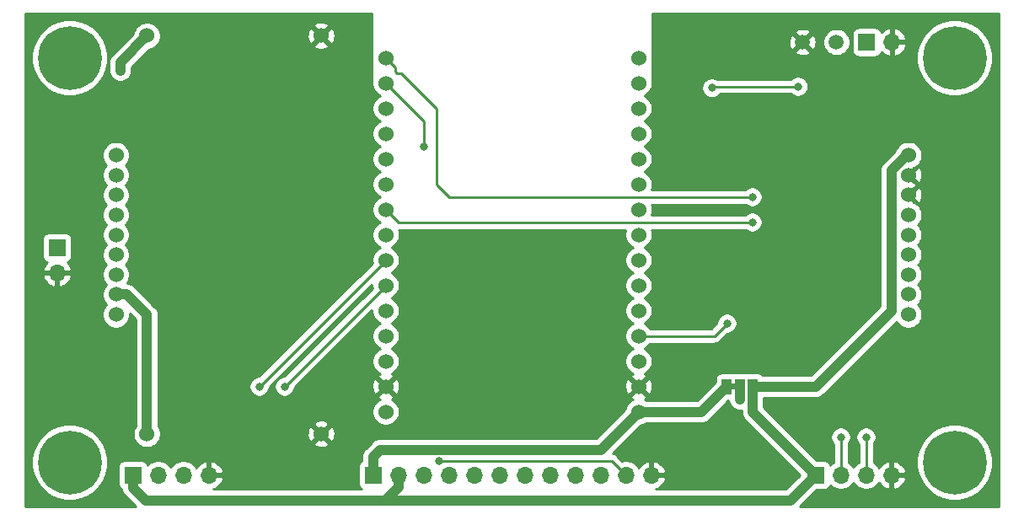
<source format=gbl>
%TF.GenerationSoftware,KiCad,Pcbnew,5.99.0+really5.1.10+dfsg1-1*%
%TF.CreationDate,2022-02-16T20:05:08+00:00*%
%TF.ProjectId,lcd,6c63642e-6b69-4636-9164-5f7063625858,rev?*%
%TF.SameCoordinates,Original*%
%TF.FileFunction,Copper,L2,Bot*%
%TF.FilePolarity,Positive*%
%FSLAX46Y46*%
G04 Gerber Fmt 4.6, Leading zero omitted, Abs format (unit mm)*
G04 Created by KiCad (PCBNEW 5.99.0+really5.1.10+dfsg1-1) date 2022-02-16 20:05:08*
%MOMM*%
%LPD*%
G01*
G04 APERTURE LIST*
%TA.AperFunction,EtchedComponent*%
%ADD10C,0.100000*%
%TD*%
%TA.AperFunction,ComponentPad*%
%ADD11C,1.500000*%
%TD*%
%TA.AperFunction,ComponentPad*%
%ADD12C,1.524000*%
%TD*%
%TA.AperFunction,ComponentPad*%
%ADD13C,0.800000*%
%TD*%
%TA.AperFunction,ComponentPad*%
%ADD14C,6.400000*%
%TD*%
%TA.AperFunction,ComponentPad*%
%ADD15R,1.700000X1.700000*%
%TD*%
%TA.AperFunction,ComponentPad*%
%ADD16O,1.700000X1.700000*%
%TD*%
%TA.AperFunction,SMDPad,CuDef*%
%ADD17R,1.000000X1.500000*%
%TD*%
%TA.AperFunction,ViaPad*%
%ADD18C,0.800000*%
%TD*%
%TA.AperFunction,ViaPad*%
%ADD19C,1.000000*%
%TD*%
%TA.AperFunction,Conductor*%
%ADD20C,0.250000*%
%TD*%
%TA.AperFunction,Conductor*%
%ADD21C,1.000000*%
%TD*%
%TA.AperFunction,Conductor*%
%ADD22C,0.254000*%
%TD*%
%TA.AperFunction,Conductor*%
%ADD23C,0.100000*%
%TD*%
G04 APERTURE END LIST*
D10*
%TO.C,JP1*%
G36*
X96890000Y-63800000D02*
G01*
X97390000Y-63800000D01*
X97390000Y-63200000D01*
X96890000Y-63200000D01*
X96890000Y-63800000D01*
G37*
%TD*%
D11*
%TO.P,R2,1*%
%TO.N,AMBIENT_LIGHT*%
X107500000Y-28900000D03*
%TO.P,R2,2*%
%TO.N,GND*%
X104100000Y-28900000D03*
%TD*%
D12*
%TO.P,U2,14*%
%TO.N,D25*%
X87630000Y-48260000D03*
%TO.P,U2,13*%
%TO.N,D33*%
X87630000Y-45720000D03*
%TO.P,U2,12*%
%TO.N,D32*%
X87630000Y-43180000D03*
%TO.P,U2,11*%
%TO.N,Net-(U2-Pad11)*%
X87630000Y-40640000D03*
%TO.P,U2,10*%
%TO.N,AMBIENT_LIGHT*%
X87630000Y-38100000D03*
%TO.P,U2,8*%
%TO.N,Net-(U2-Pad8)*%
X87630000Y-35560000D03*
%TO.P,U2,5*%
%TO.N,Net-(U2-Pad5)*%
X87630000Y-33020000D03*
%TO.P,U2,15*%
%TO.N,D26*%
X87630000Y-50800000D03*
%TO.P,U2,16*%
%TO.N,D27*%
X87630000Y-53340000D03*
%TO.P,U2,17*%
%TO.N,D14*%
X87630000Y-55880000D03*
%TO.P,U2,18*%
%TO.N,LED_DATA*%
X87630000Y-58420000D03*
%TO.P,U2,20*%
%TO.N,D13*%
X87630000Y-60960000D03*
%TO.P,U2,49*%
%TO.N,GND*%
X87630000Y-63500000D03*
%TO.P,U2,9*%
%TO.N,Net-(U2-Pad9)*%
X87630000Y-30480000D03*
%TO.P,U2,50*%
%TO.N,+5V*%
X87630000Y-66040000D03*
%TO.P,U2,43*%
%TO.N,+3V3*%
X62230000Y-66040000D03*
%TO.P,U2,49*%
%TO.N,GND*%
X62230000Y-63500000D03*
%TO.P,U2,21*%
%TO.N,LCD_PWM*%
X62230000Y-60960000D03*
%TO.P,U2,22*%
%TO.N,~LCD_RESET*%
X62230000Y-58420000D03*
%TO.P,U2,24*%
%TO.N,LCD_RS*%
X62230000Y-55880000D03*
%TO.P,U2,25*%
%TO.N,RXDI*%
X62230000Y-53340000D03*
%TO.P,U2,27*%
%TO.N,TXDO*%
X62230000Y-50800000D03*
%TO.P,U2,34*%
%TO.N,~LCD_CS*%
X62230000Y-48260000D03*
%TO.P,U2,35*%
%TO.N,LCD_CLK*%
X62230000Y-45720000D03*
%TO.P,U2,38*%
%TO.N,D19*%
X62230000Y-43180000D03*
%TO.P,U2,42*%
%TO.N,I2C_DATA*%
X62230000Y-40640000D03*
%TO.P,U2,40*%
%TO.N,Net-(U2-Pad40)*%
X62230000Y-38100000D03*
%TO.P,U2,41*%
%TO.N,Net-(U2-Pad41)*%
X62230000Y-35560000D03*
%TO.P,U2,39*%
%TO.N,I2C_CLK*%
X62230000Y-33020000D03*
%TO.P,U2,36*%
%TO.N,LCD_DATA*%
X62230000Y-30480000D03*
%TD*%
%TO.P,U3,1*%
%TO.N,+3V3*%
X114730000Y-40260000D03*
%TO.P,U3,2*%
%TO.N,GND*%
X114730000Y-42260000D03*
%TO.P,U3,3*%
X114730000Y-44260000D03*
%TO.P,U3,4*%
%TO.N,LCD_DATA*%
X114730000Y-46260000D03*
%TO.P,U3,5*%
%TO.N,LCD_CLK*%
X114730000Y-48260000D03*
%TO.P,U3,6*%
%TO.N,Net-(U3-Pad6)*%
X114730000Y-50260000D03*
%TO.P,U3,7*%
%TO.N,Net-(U3-Pad7)*%
X114730000Y-52260000D03*
%TO.P,U3,8*%
%TO.N,Net-(U3-Pad8)*%
X114730000Y-54260000D03*
%TO.P,U3,9*%
%TO.N,Net-(U3-Pad9)*%
X114730000Y-56260000D03*
%TO.P,U3,10*%
%TO.N,Net-(U3-Pad10)*%
X35130000Y-40260000D03*
%TO.P,U3,11*%
%TO.N,Net-(U3-Pad11)*%
X35130000Y-42260000D03*
%TO.P,U3,12*%
%TO.N,Net-(U3-Pad12)*%
X35130000Y-44260000D03*
%TO.P,U3,13*%
%TO.N,Net-(U3-Pad13)*%
X35130000Y-46260000D03*
%TO.P,U3,14*%
%TO.N,LCD_RS*%
X35130000Y-48260000D03*
%TO.P,U3,15*%
%TO.N,~LCD_RESET*%
X35130000Y-50260000D03*
%TO.P,U3,16*%
%TO.N,~LCD_CS*%
X35130000Y-52260000D03*
%TO.P,U3,17*%
%TO.N,+7.5V*%
X35130000Y-54260000D03*
%TO.P,U3,18*%
%TO.N,LCD_BACKLIGHT_PWM*%
X35130000Y-56260000D03*
%TD*%
%TO.P,U1,1*%
%TO.N,+5V*%
X38240000Y-28260000D03*
%TO.P,U1,2*%
%TO.N,+7.5V*%
X38240000Y-68260000D03*
%TO.P,U1,3*%
%TO.N,GND*%
X55740000Y-28260000D03*
%TO.P,U1,4*%
X55740000Y-68260000D03*
%TD*%
D13*
%TO.P,REF\u002A\u002A,1*%
%TO.N,N/C*%
X32177056Y-69422944D03*
X30480000Y-68720000D03*
X28782944Y-69422944D03*
X28080000Y-71120000D03*
X28782944Y-72817056D03*
X30480000Y-73520000D03*
X32177056Y-72817056D03*
X32880000Y-71120000D03*
D14*
X30480000Y-71120000D03*
%TD*%
D13*
%TO.P,REF\u002A\u002A,1*%
%TO.N,N/C*%
X32177056Y-28782944D03*
X30480000Y-28080000D03*
X28782944Y-28782944D03*
X28080000Y-30480000D03*
X28782944Y-32177056D03*
X30480000Y-32880000D03*
X32177056Y-32177056D03*
X32880000Y-30480000D03*
D14*
X30480000Y-30480000D03*
%TD*%
D13*
%TO.P,REF\u002A\u002A,1*%
%TO.N,N/C*%
X121077056Y-28782944D03*
X119380000Y-28080000D03*
X117682944Y-28782944D03*
X116980000Y-30480000D03*
X117682944Y-32177056D03*
X119380000Y-32880000D03*
X121077056Y-32177056D03*
X121780000Y-30480000D03*
D14*
X119380000Y-30480000D03*
%TD*%
D13*
%TO.P,REF\u002A\u002A,1*%
%TO.N,N/C*%
X121077056Y-69422944D03*
X119380000Y-68720000D03*
X117682944Y-69422944D03*
X116980000Y-71120000D03*
X117682944Y-72817056D03*
X119380000Y-73520000D03*
X121077056Y-72817056D03*
X121780000Y-71120000D03*
D14*
X119380000Y-71120000D03*
%TD*%
D15*
%TO.P,J2,1*%
%TO.N,+5V*%
X60960000Y-72390000D03*
D16*
%TO.P,J2,2*%
%TO.N,+3V3*%
X63500000Y-72390000D03*
%TO.P,J2,3*%
%TO.N,LED_DATA_OUT*%
X66040000Y-72390000D03*
%TO.P,J2,4*%
%TO.N,D32*%
X68580000Y-72390000D03*
%TO.P,J2,5*%
%TO.N,D33*%
X71120000Y-72390000D03*
%TO.P,J2,6*%
%TO.N,D25*%
X73660000Y-72390000D03*
%TO.P,J2,7*%
%TO.N,D26*%
X76200000Y-72390000D03*
%TO.P,J2,8*%
%TO.N,D27*%
X78740000Y-72390000D03*
%TO.P,J2,9*%
%TO.N,D14*%
X81280000Y-72390000D03*
%TO.P,J2,10*%
%TO.N,D13*%
X83820000Y-72390000D03*
%TO.P,J2,11*%
%TO.N,D19*%
X86360000Y-72390000D03*
%TO.P,J2,12*%
%TO.N,GND*%
X88900000Y-72390000D03*
%TD*%
%TO.P,J3,4*%
%TO.N,GND*%
X113030000Y-72390000D03*
%TO.P,J3,3*%
%TO.N,I2C_CLK*%
X110490000Y-72390000D03*
%TO.P,J3,2*%
%TO.N,I2C_DATA*%
X107950000Y-72390000D03*
D15*
%TO.P,J3,1*%
%TO.N,+3V3*%
X105410000Y-72390000D03*
%TD*%
%TO.P,J4,1*%
%TO.N,+3V3*%
X36830000Y-72390000D03*
D16*
%TO.P,J4,2*%
%TO.N,TXDO*%
X39370000Y-72390000D03*
%TO.P,J4,3*%
%TO.N,RXDI*%
X41910000Y-72390000D03*
%TO.P,J4,4*%
%TO.N,GND*%
X44450000Y-72390000D03*
%TD*%
D17*
%TO.P,JP1,1*%
%TO.N,+5V*%
X96490000Y-63500000D03*
%TO.P,JP1,3*%
%TO.N,+3V3*%
X99090000Y-63500000D03*
%TO.P,JP1,2*%
%TO.N,/LED_Power*%
X97790000Y-63500000D03*
%TD*%
D15*
%TO.P,J1,1*%
%TO.N,+5V*%
X29210000Y-49530000D03*
D16*
%TO.P,J1,2*%
%TO.N,GND*%
X29210000Y-52070000D03*
%TD*%
D15*
%TO.P,J5,1*%
%TO.N,AMBIENT_LIGHT*%
X110560000Y-28900000D03*
D16*
%TO.P,J5,2*%
%TO.N,GND*%
X113100000Y-28900000D03*
%TD*%
D18*
%TO.N,LED_DATA*%
X96520000Y-57150000D03*
D19*
%TO.N,GND*%
X43180000Y-59690000D03*
X27940000Y-46990000D03*
%TO.N,+5V*%
X35560000Y-31750000D03*
D18*
%TO.N,D19*%
X67580644Y-70950010D03*
%TO.N,I2C_CLK*%
X66040000Y-39370000D03*
X110490000Y-68580000D03*
%TO.N,I2C_DATA*%
X107950000Y-68580000D03*
%TO.N,TXDO*%
X49530000Y-63500000D03*
%TO.N,RXDI*%
X52070000Y-63500000D03*
%TO.N,LCD_CLK*%
X99060000Y-46990000D03*
%TO.N,LCD_DATA*%
X99060000Y-44450000D03*
D19*
%TO.N,/LED_Power*%
X97790000Y-64770000D03*
D18*
%TO.N,AMBIENT_LIGHT*%
X103650000Y-33350000D03*
X95000000Y-33500000D03*
%TD*%
D20*
%TO.N,LED_DATA*%
X95250000Y-58420000D02*
X96520000Y-57150000D01*
X87630000Y-58420000D02*
X95250000Y-58420000D01*
D21*
%TO.N,+5V*%
X93950000Y-66040000D02*
X96490000Y-63500000D01*
X87630000Y-66040000D02*
X93950000Y-66040000D01*
X35560000Y-30940000D02*
X38240000Y-28260000D01*
X35560000Y-31750000D02*
X35560000Y-30940000D01*
X60960000Y-72390000D02*
X60960000Y-70540000D01*
X60960000Y-70540000D02*
X61650000Y-69850000D01*
X61650000Y-69850000D02*
X83820000Y-69850000D01*
X83820000Y-69850000D02*
X87630000Y-66040000D01*
%TO.N,+3V3*%
X99090000Y-66070000D02*
X105410000Y-72390000D01*
X99090000Y-63500000D02*
X99090000Y-66070000D01*
X63500000Y-73592081D02*
X63500000Y-72390000D01*
X62162081Y-74930000D02*
X63500000Y-73592081D01*
X38100000Y-74930000D02*
X62162081Y-74930000D01*
X36830000Y-73660000D02*
X38100000Y-74930000D01*
X36830000Y-72390000D02*
X36830000Y-73660000D01*
X102870000Y-74930000D02*
X105410000Y-72390000D01*
X62162081Y-74930000D02*
X102870000Y-74930000D01*
X99090000Y-63500000D02*
X105410000Y-63500000D01*
X105410000Y-63500000D02*
X113030000Y-55880000D01*
X114566238Y-40260000D02*
X114730000Y-40260000D01*
X113030000Y-41796238D02*
X114566238Y-40260000D01*
X113030000Y-55880000D02*
X113030000Y-41796238D01*
D20*
%TO.N,D19*%
X86360000Y-72390000D02*
X84920010Y-70950010D01*
X84920010Y-70950010D02*
X67580644Y-70950010D01*
%TO.N,I2C_CLK*%
X66040000Y-36830000D02*
X66040000Y-39370000D01*
X62230000Y-33020000D02*
X66040000Y-36830000D01*
X110490000Y-68580000D02*
X110490000Y-72390000D01*
%TO.N,I2C_DATA*%
X107950000Y-68580000D02*
X107950000Y-72390000D01*
%TO.N,TXDO*%
X62230000Y-50800000D02*
X49530000Y-63500000D01*
%TO.N,RXDI*%
X62230000Y-53340000D02*
X52070000Y-63500000D01*
D21*
%TO.N,+7.5V*%
X36207630Y-54260000D02*
X35130000Y-54260000D01*
X38240000Y-56292370D02*
X36207630Y-54260000D01*
X38240000Y-68260000D02*
X38240000Y-56292370D01*
D20*
%TO.N,LCD_CLK*%
X63500000Y-46990000D02*
X99060000Y-46990000D01*
X62230000Y-45720000D02*
X63500000Y-46990000D01*
%TO.N,LCD_DATA*%
X68580000Y-44450000D02*
X99060000Y-44450000D01*
X67310000Y-43180000D02*
X68580000Y-44450000D01*
X63825010Y-32075010D02*
X67310000Y-35560000D01*
X63365374Y-32075010D02*
X63825010Y-32075010D01*
X63174990Y-31884626D02*
X63365374Y-32075010D01*
X63174990Y-31424990D02*
X63174990Y-31884626D01*
X67310000Y-35560000D02*
X67310000Y-43180000D01*
X62230000Y-30480000D02*
X63174990Y-31424990D01*
D21*
%TO.N,/LED_Power*%
X97790000Y-64770000D02*
X97790000Y-63500000D01*
D20*
%TO.N,AMBIENT_LIGHT*%
X95150000Y-33350000D02*
X95000000Y-33500000D01*
X103650000Y-33350000D02*
X95150000Y-33350000D01*
%TD*%
D22*
%TO.N,GND*%
X60833000Y-33157592D02*
X60886686Y-33427490D01*
X60991995Y-33681727D01*
X61144880Y-33910535D01*
X61339465Y-34105120D01*
X61568273Y-34258005D01*
X61645515Y-34290000D01*
X61568273Y-34321995D01*
X61339465Y-34474880D01*
X61144880Y-34669465D01*
X60991995Y-34898273D01*
X60886686Y-35152510D01*
X60833000Y-35422408D01*
X60833000Y-35697592D01*
X60886686Y-35967490D01*
X60991995Y-36221727D01*
X61144880Y-36450535D01*
X61339465Y-36645120D01*
X61568273Y-36798005D01*
X61645515Y-36830000D01*
X61568273Y-36861995D01*
X61339465Y-37014880D01*
X61144880Y-37209465D01*
X60991995Y-37438273D01*
X60886686Y-37692510D01*
X60833000Y-37962408D01*
X60833000Y-38237592D01*
X60886686Y-38507490D01*
X60991995Y-38761727D01*
X61144880Y-38990535D01*
X61339465Y-39185120D01*
X61568273Y-39338005D01*
X61645515Y-39370000D01*
X61568273Y-39401995D01*
X61339465Y-39554880D01*
X61144880Y-39749465D01*
X60991995Y-39978273D01*
X60886686Y-40232510D01*
X60833000Y-40502408D01*
X60833000Y-40777592D01*
X60886686Y-41047490D01*
X60991995Y-41301727D01*
X61144880Y-41530535D01*
X61339465Y-41725120D01*
X61568273Y-41878005D01*
X61645515Y-41910000D01*
X61568273Y-41941995D01*
X61339465Y-42094880D01*
X61144880Y-42289465D01*
X60991995Y-42518273D01*
X60886686Y-42772510D01*
X60833000Y-43042408D01*
X60833000Y-43317592D01*
X60886686Y-43587490D01*
X60991995Y-43841727D01*
X61144880Y-44070535D01*
X61339465Y-44265120D01*
X61568273Y-44418005D01*
X61645515Y-44450000D01*
X61568273Y-44481995D01*
X61339465Y-44634880D01*
X61144880Y-44829465D01*
X60991995Y-45058273D01*
X60886686Y-45312510D01*
X60833000Y-45582408D01*
X60833000Y-45857592D01*
X60886686Y-46127490D01*
X60991995Y-46381727D01*
X61144880Y-46610535D01*
X61339465Y-46805120D01*
X61568273Y-46958005D01*
X61645515Y-46990000D01*
X61568273Y-47021995D01*
X61339465Y-47174880D01*
X61144880Y-47369465D01*
X60991995Y-47598273D01*
X60886686Y-47852510D01*
X60833000Y-48122408D01*
X60833000Y-48397592D01*
X60886686Y-48667490D01*
X60991995Y-48921727D01*
X61144880Y-49150535D01*
X61339465Y-49345120D01*
X61568273Y-49498005D01*
X61645515Y-49530000D01*
X61568273Y-49561995D01*
X61339465Y-49714880D01*
X61144880Y-49909465D01*
X60991995Y-50138273D01*
X60886686Y-50392510D01*
X60833000Y-50662408D01*
X60833000Y-50937592D01*
X60863628Y-51091570D01*
X49490199Y-62465000D01*
X49428061Y-62465000D01*
X49228102Y-62504774D01*
X49039744Y-62582795D01*
X48870226Y-62696063D01*
X48726063Y-62840226D01*
X48612795Y-63009744D01*
X48534774Y-63198102D01*
X48495000Y-63398061D01*
X48495000Y-63601939D01*
X48534774Y-63801898D01*
X48612795Y-63990256D01*
X48726063Y-64159774D01*
X48870226Y-64303937D01*
X49039744Y-64417205D01*
X49228102Y-64495226D01*
X49428061Y-64535000D01*
X49631939Y-64535000D01*
X49831898Y-64495226D01*
X50020256Y-64417205D01*
X50189774Y-64303937D01*
X50333937Y-64159774D01*
X50447205Y-63990256D01*
X50525226Y-63801898D01*
X50565000Y-63601939D01*
X50565000Y-63539801D01*
X60833000Y-53271802D01*
X60833000Y-53477592D01*
X60863628Y-53631570D01*
X52030199Y-62465000D01*
X51968061Y-62465000D01*
X51768102Y-62504774D01*
X51579744Y-62582795D01*
X51410226Y-62696063D01*
X51266063Y-62840226D01*
X51152795Y-63009744D01*
X51074774Y-63198102D01*
X51035000Y-63398061D01*
X51035000Y-63601939D01*
X51074774Y-63801898D01*
X51152795Y-63990256D01*
X51266063Y-64159774D01*
X51410226Y-64303937D01*
X51579744Y-64417205D01*
X51768102Y-64495226D01*
X51968061Y-64535000D01*
X52171939Y-64535000D01*
X52371898Y-64495226D01*
X52560256Y-64417205D01*
X52729774Y-64303937D01*
X52873937Y-64159774D01*
X52987205Y-63990256D01*
X53065226Y-63801898D01*
X53105000Y-63601939D01*
X53105000Y-63572017D01*
X60828090Y-63572017D01*
X60869078Y-63844133D01*
X60962364Y-64103023D01*
X61024344Y-64218980D01*
X61264435Y-64285960D01*
X62050395Y-63500000D01*
X62409605Y-63500000D01*
X63195565Y-64285960D01*
X63435656Y-64218980D01*
X63552756Y-63969952D01*
X63619023Y-63702865D01*
X63625157Y-63572017D01*
X86228090Y-63572017D01*
X86269078Y-63844133D01*
X86362364Y-64103023D01*
X86424344Y-64218980D01*
X86664435Y-64285960D01*
X87450395Y-63500000D01*
X87809605Y-63500000D01*
X88595565Y-64285960D01*
X88835656Y-64218980D01*
X88952756Y-63969952D01*
X89019023Y-63702865D01*
X89031910Y-63427983D01*
X88990922Y-63155867D01*
X88897636Y-62896977D01*
X88835656Y-62781020D01*
X88595565Y-62714040D01*
X87809605Y-63500000D01*
X87450395Y-63500000D01*
X86664435Y-62714040D01*
X86424344Y-62781020D01*
X86307244Y-63030048D01*
X86240977Y-63297135D01*
X86228090Y-63572017D01*
X63625157Y-63572017D01*
X63631910Y-63427983D01*
X63590922Y-63155867D01*
X63497636Y-62896977D01*
X63435656Y-62781020D01*
X63195565Y-62714040D01*
X62409605Y-63500000D01*
X62050395Y-63500000D01*
X61264435Y-62714040D01*
X61024344Y-62781020D01*
X60907244Y-63030048D01*
X60840977Y-63297135D01*
X60828090Y-63572017D01*
X53105000Y-63572017D01*
X53105000Y-63539801D01*
X60833000Y-55811802D01*
X60833000Y-56017592D01*
X60886686Y-56287490D01*
X60991995Y-56541727D01*
X61144880Y-56770535D01*
X61339465Y-56965120D01*
X61568273Y-57118005D01*
X61645515Y-57150000D01*
X61568273Y-57181995D01*
X61339465Y-57334880D01*
X61144880Y-57529465D01*
X60991995Y-57758273D01*
X60886686Y-58012510D01*
X60833000Y-58282408D01*
X60833000Y-58557592D01*
X60886686Y-58827490D01*
X60991995Y-59081727D01*
X61144880Y-59310535D01*
X61339465Y-59505120D01*
X61568273Y-59658005D01*
X61645515Y-59690000D01*
X61568273Y-59721995D01*
X61339465Y-59874880D01*
X61144880Y-60069465D01*
X60991995Y-60298273D01*
X60886686Y-60552510D01*
X60833000Y-60822408D01*
X60833000Y-61097592D01*
X60886686Y-61367490D01*
X60991995Y-61621727D01*
X61144880Y-61850535D01*
X61339465Y-62045120D01*
X61568273Y-62198005D01*
X61639943Y-62227692D01*
X61626977Y-62232364D01*
X61511020Y-62294344D01*
X61444040Y-62534435D01*
X62230000Y-63320395D01*
X63015960Y-62534435D01*
X62948980Y-62294344D01*
X62813240Y-62230515D01*
X62891727Y-62198005D01*
X63120535Y-62045120D01*
X63315120Y-61850535D01*
X63468005Y-61621727D01*
X63573314Y-61367490D01*
X63627000Y-61097592D01*
X63627000Y-60822408D01*
X63573314Y-60552510D01*
X63468005Y-60298273D01*
X63315120Y-60069465D01*
X63120535Y-59874880D01*
X62891727Y-59721995D01*
X62814485Y-59690000D01*
X62891727Y-59658005D01*
X63120535Y-59505120D01*
X63315120Y-59310535D01*
X63468005Y-59081727D01*
X63573314Y-58827490D01*
X63627000Y-58557592D01*
X63627000Y-58282408D01*
X63573314Y-58012510D01*
X63468005Y-57758273D01*
X63315120Y-57529465D01*
X63120535Y-57334880D01*
X62891727Y-57181995D01*
X62814485Y-57150000D01*
X62891727Y-57118005D01*
X63120535Y-56965120D01*
X63315120Y-56770535D01*
X63468005Y-56541727D01*
X63573314Y-56287490D01*
X63627000Y-56017592D01*
X63627000Y-55742408D01*
X63573314Y-55472510D01*
X63468005Y-55218273D01*
X63315120Y-54989465D01*
X63120535Y-54794880D01*
X62891727Y-54641995D01*
X62814485Y-54610000D01*
X62891727Y-54578005D01*
X63120535Y-54425120D01*
X63315120Y-54230535D01*
X63468005Y-54001727D01*
X63573314Y-53747490D01*
X63627000Y-53477592D01*
X63627000Y-53202408D01*
X63573314Y-52932510D01*
X63468005Y-52678273D01*
X63315120Y-52449465D01*
X63120535Y-52254880D01*
X62891727Y-52101995D01*
X62814485Y-52070000D01*
X62891727Y-52038005D01*
X63120535Y-51885120D01*
X63315120Y-51690535D01*
X63468005Y-51461727D01*
X63573314Y-51207490D01*
X63627000Y-50937592D01*
X63627000Y-50662408D01*
X63573314Y-50392510D01*
X63468005Y-50138273D01*
X63315120Y-49909465D01*
X63120535Y-49714880D01*
X62891727Y-49561995D01*
X62814485Y-49530000D01*
X62891727Y-49498005D01*
X63120535Y-49345120D01*
X63315120Y-49150535D01*
X63468005Y-48921727D01*
X63573314Y-48667490D01*
X63627000Y-48397592D01*
X63627000Y-48122408D01*
X63573314Y-47852510D01*
X63531106Y-47750612D01*
X63537322Y-47750000D01*
X86329147Y-47750000D01*
X86286686Y-47852510D01*
X86233000Y-48122408D01*
X86233000Y-48397592D01*
X86286686Y-48667490D01*
X86391995Y-48921727D01*
X86544880Y-49150535D01*
X86739465Y-49345120D01*
X86968273Y-49498005D01*
X87045515Y-49530000D01*
X86968273Y-49561995D01*
X86739465Y-49714880D01*
X86544880Y-49909465D01*
X86391995Y-50138273D01*
X86286686Y-50392510D01*
X86233000Y-50662408D01*
X86233000Y-50937592D01*
X86286686Y-51207490D01*
X86391995Y-51461727D01*
X86544880Y-51690535D01*
X86739465Y-51885120D01*
X86968273Y-52038005D01*
X87045515Y-52070000D01*
X86968273Y-52101995D01*
X86739465Y-52254880D01*
X86544880Y-52449465D01*
X86391995Y-52678273D01*
X86286686Y-52932510D01*
X86233000Y-53202408D01*
X86233000Y-53477592D01*
X86286686Y-53747490D01*
X86391995Y-54001727D01*
X86544880Y-54230535D01*
X86739465Y-54425120D01*
X86968273Y-54578005D01*
X87045515Y-54610000D01*
X86968273Y-54641995D01*
X86739465Y-54794880D01*
X86544880Y-54989465D01*
X86391995Y-55218273D01*
X86286686Y-55472510D01*
X86233000Y-55742408D01*
X86233000Y-56017592D01*
X86286686Y-56287490D01*
X86391995Y-56541727D01*
X86544880Y-56770535D01*
X86739465Y-56965120D01*
X86968273Y-57118005D01*
X87045515Y-57150000D01*
X86968273Y-57181995D01*
X86739465Y-57334880D01*
X86544880Y-57529465D01*
X86391995Y-57758273D01*
X86286686Y-58012510D01*
X86233000Y-58282408D01*
X86233000Y-58557592D01*
X86286686Y-58827490D01*
X86391995Y-59081727D01*
X86544880Y-59310535D01*
X86739465Y-59505120D01*
X86968273Y-59658005D01*
X87045515Y-59690000D01*
X86968273Y-59721995D01*
X86739465Y-59874880D01*
X86544880Y-60069465D01*
X86391995Y-60298273D01*
X86286686Y-60552510D01*
X86233000Y-60822408D01*
X86233000Y-61097592D01*
X86286686Y-61367490D01*
X86391995Y-61621727D01*
X86544880Y-61850535D01*
X86739465Y-62045120D01*
X86968273Y-62198005D01*
X87039943Y-62227692D01*
X87026977Y-62232364D01*
X86911020Y-62294344D01*
X86844040Y-62534435D01*
X87630000Y-63320395D01*
X88415960Y-62534435D01*
X88348980Y-62294344D01*
X88213240Y-62230515D01*
X88291727Y-62198005D01*
X88520535Y-62045120D01*
X88715120Y-61850535D01*
X88868005Y-61621727D01*
X88973314Y-61367490D01*
X89027000Y-61097592D01*
X89027000Y-60822408D01*
X88973314Y-60552510D01*
X88868005Y-60298273D01*
X88715120Y-60069465D01*
X88520535Y-59874880D01*
X88291727Y-59721995D01*
X88214485Y-59690000D01*
X88291727Y-59658005D01*
X88520535Y-59505120D01*
X88715120Y-59310535D01*
X88802341Y-59180000D01*
X95212678Y-59180000D01*
X95250000Y-59183676D01*
X95287322Y-59180000D01*
X95287333Y-59180000D01*
X95398986Y-59169003D01*
X95542247Y-59125546D01*
X95674276Y-59054974D01*
X95790001Y-58960001D01*
X95813804Y-58930997D01*
X96559802Y-58185000D01*
X96621939Y-58185000D01*
X96821898Y-58145226D01*
X97010256Y-58067205D01*
X97179774Y-57953937D01*
X97323937Y-57809774D01*
X97437205Y-57640256D01*
X97515226Y-57451898D01*
X97555000Y-57251939D01*
X97555000Y-57048061D01*
X97515226Y-56848102D01*
X97437205Y-56659744D01*
X97323937Y-56490226D01*
X97179774Y-56346063D01*
X97010256Y-56232795D01*
X96821898Y-56154774D01*
X96621939Y-56115000D01*
X96418061Y-56115000D01*
X96218102Y-56154774D01*
X96029744Y-56232795D01*
X95860226Y-56346063D01*
X95716063Y-56490226D01*
X95602795Y-56659744D01*
X95524774Y-56848102D01*
X95485000Y-57048061D01*
X95485000Y-57110198D01*
X94935199Y-57660000D01*
X88802341Y-57660000D01*
X88715120Y-57529465D01*
X88520535Y-57334880D01*
X88291727Y-57181995D01*
X88214485Y-57150000D01*
X88291727Y-57118005D01*
X88520535Y-56965120D01*
X88715120Y-56770535D01*
X88868005Y-56541727D01*
X88973314Y-56287490D01*
X89027000Y-56017592D01*
X89027000Y-55742408D01*
X88973314Y-55472510D01*
X88868005Y-55218273D01*
X88715120Y-54989465D01*
X88520535Y-54794880D01*
X88291727Y-54641995D01*
X88214485Y-54610000D01*
X88291727Y-54578005D01*
X88520535Y-54425120D01*
X88715120Y-54230535D01*
X88868005Y-54001727D01*
X88973314Y-53747490D01*
X89027000Y-53477592D01*
X89027000Y-53202408D01*
X88973314Y-52932510D01*
X88868005Y-52678273D01*
X88715120Y-52449465D01*
X88520535Y-52254880D01*
X88291727Y-52101995D01*
X88214485Y-52070000D01*
X88291727Y-52038005D01*
X88520535Y-51885120D01*
X88715120Y-51690535D01*
X88868005Y-51461727D01*
X88973314Y-51207490D01*
X89027000Y-50937592D01*
X89027000Y-50662408D01*
X88973314Y-50392510D01*
X88868005Y-50138273D01*
X88715120Y-49909465D01*
X88520535Y-49714880D01*
X88291727Y-49561995D01*
X88214485Y-49530000D01*
X88291727Y-49498005D01*
X88520535Y-49345120D01*
X88715120Y-49150535D01*
X88868005Y-48921727D01*
X88973314Y-48667490D01*
X89027000Y-48397592D01*
X89027000Y-48122408D01*
X88973314Y-47852510D01*
X88930853Y-47750000D01*
X98356289Y-47750000D01*
X98400226Y-47793937D01*
X98569744Y-47907205D01*
X98758102Y-47985226D01*
X98958061Y-48025000D01*
X99161939Y-48025000D01*
X99361898Y-47985226D01*
X99550256Y-47907205D01*
X99719774Y-47793937D01*
X99863937Y-47649774D01*
X99977205Y-47480256D01*
X100055226Y-47291898D01*
X100095000Y-47091939D01*
X100095000Y-46888061D01*
X100055226Y-46688102D01*
X99977205Y-46499744D01*
X99863937Y-46330226D01*
X99719774Y-46186063D01*
X99550256Y-46072795D01*
X99361898Y-45994774D01*
X99161939Y-45955000D01*
X98958061Y-45955000D01*
X98758102Y-45994774D01*
X98569744Y-46072795D01*
X98400226Y-46186063D01*
X98356289Y-46230000D01*
X88930853Y-46230000D01*
X88973314Y-46127490D01*
X89027000Y-45857592D01*
X89027000Y-45582408D01*
X88973314Y-45312510D01*
X88930853Y-45210000D01*
X98356289Y-45210000D01*
X98400226Y-45253937D01*
X98569744Y-45367205D01*
X98758102Y-45445226D01*
X98958061Y-45485000D01*
X99161939Y-45485000D01*
X99361898Y-45445226D01*
X99550256Y-45367205D01*
X99719774Y-45253937D01*
X99863937Y-45109774D01*
X99977205Y-44940256D01*
X100055226Y-44751898D01*
X100095000Y-44551939D01*
X100095000Y-44348061D01*
X100055226Y-44148102D01*
X99977205Y-43959744D01*
X99863937Y-43790226D01*
X99719774Y-43646063D01*
X99550256Y-43532795D01*
X99361898Y-43454774D01*
X99161939Y-43415000D01*
X98958061Y-43415000D01*
X98758102Y-43454774D01*
X98569744Y-43532795D01*
X98400226Y-43646063D01*
X98356289Y-43690000D01*
X88930853Y-43690000D01*
X88973314Y-43587490D01*
X89027000Y-43317592D01*
X89027000Y-43042408D01*
X88973314Y-42772510D01*
X88868005Y-42518273D01*
X88715120Y-42289465D01*
X88520535Y-42094880D01*
X88291727Y-41941995D01*
X88214485Y-41910000D01*
X88291727Y-41878005D01*
X88520535Y-41725120D01*
X88715120Y-41530535D01*
X88868005Y-41301727D01*
X88973314Y-41047490D01*
X89027000Y-40777592D01*
X89027000Y-40502408D01*
X88973314Y-40232510D01*
X88868005Y-39978273D01*
X88715120Y-39749465D01*
X88520535Y-39554880D01*
X88291727Y-39401995D01*
X88214485Y-39370000D01*
X88291727Y-39338005D01*
X88520535Y-39185120D01*
X88715120Y-38990535D01*
X88868005Y-38761727D01*
X88973314Y-38507490D01*
X89027000Y-38237592D01*
X89027000Y-37962408D01*
X88973314Y-37692510D01*
X88868005Y-37438273D01*
X88715120Y-37209465D01*
X88520535Y-37014880D01*
X88291727Y-36861995D01*
X88214485Y-36830000D01*
X88291727Y-36798005D01*
X88520535Y-36645120D01*
X88715120Y-36450535D01*
X88868005Y-36221727D01*
X88973314Y-35967490D01*
X89027000Y-35697592D01*
X89027000Y-35422408D01*
X88973314Y-35152510D01*
X88868005Y-34898273D01*
X88715120Y-34669465D01*
X88520535Y-34474880D01*
X88291727Y-34321995D01*
X88214485Y-34290000D01*
X88291727Y-34258005D01*
X88520535Y-34105120D01*
X88715120Y-33910535D01*
X88868005Y-33681727D01*
X88973314Y-33427490D01*
X88979167Y-33398061D01*
X93965000Y-33398061D01*
X93965000Y-33601939D01*
X94004774Y-33801898D01*
X94082795Y-33990256D01*
X94196063Y-34159774D01*
X94340226Y-34303937D01*
X94509744Y-34417205D01*
X94698102Y-34495226D01*
X94898061Y-34535000D01*
X95101939Y-34535000D01*
X95301898Y-34495226D01*
X95490256Y-34417205D01*
X95659774Y-34303937D01*
X95803937Y-34159774D01*
X95837195Y-34110000D01*
X102946289Y-34110000D01*
X102990226Y-34153937D01*
X103159744Y-34267205D01*
X103348102Y-34345226D01*
X103548061Y-34385000D01*
X103751939Y-34385000D01*
X103951898Y-34345226D01*
X104140256Y-34267205D01*
X104309774Y-34153937D01*
X104453937Y-34009774D01*
X104567205Y-33840256D01*
X104645226Y-33651898D01*
X104685000Y-33451939D01*
X104685000Y-33248061D01*
X104645226Y-33048102D01*
X104567205Y-32859744D01*
X104453937Y-32690226D01*
X104309774Y-32546063D01*
X104140256Y-32432795D01*
X103951898Y-32354774D01*
X103751939Y-32315000D01*
X103548061Y-32315000D01*
X103348102Y-32354774D01*
X103159744Y-32432795D01*
X102990226Y-32546063D01*
X102946289Y-32590000D01*
X95501039Y-32590000D01*
X95490256Y-32582795D01*
X95301898Y-32504774D01*
X95101939Y-32465000D01*
X94898061Y-32465000D01*
X94698102Y-32504774D01*
X94509744Y-32582795D01*
X94340226Y-32696063D01*
X94196063Y-32840226D01*
X94082795Y-33009744D01*
X94004774Y-33198102D01*
X93965000Y-33398061D01*
X88979167Y-33398061D01*
X89027000Y-33157592D01*
X89027000Y-29856993D01*
X103322612Y-29856993D01*
X103388137Y-30095860D01*
X103635116Y-30211760D01*
X103899960Y-30277250D01*
X104172492Y-30289812D01*
X104442238Y-30248965D01*
X104698832Y-30156277D01*
X104811863Y-30095860D01*
X104877388Y-29856993D01*
X104100000Y-29079605D01*
X103322612Y-29856993D01*
X89027000Y-29856993D01*
X89027000Y-28972492D01*
X102710188Y-28972492D01*
X102751035Y-29242238D01*
X102843723Y-29498832D01*
X102904140Y-29611863D01*
X103143007Y-29677388D01*
X103920395Y-28900000D01*
X104279605Y-28900000D01*
X105056993Y-29677388D01*
X105295860Y-29611863D01*
X105411760Y-29364884D01*
X105477250Y-29100040D01*
X105489812Y-28827508D01*
X105480133Y-28763589D01*
X106115000Y-28763589D01*
X106115000Y-29036411D01*
X106168225Y-29303989D01*
X106272629Y-29556043D01*
X106424201Y-29782886D01*
X106617114Y-29975799D01*
X106843957Y-30127371D01*
X107096011Y-30231775D01*
X107363589Y-30285000D01*
X107636411Y-30285000D01*
X107903989Y-30231775D01*
X108156043Y-30127371D01*
X108382886Y-29975799D01*
X108575799Y-29782886D01*
X108727371Y-29556043D01*
X108831775Y-29303989D01*
X108885000Y-29036411D01*
X108885000Y-28763589D01*
X108831775Y-28496011D01*
X108727371Y-28243957D01*
X108597773Y-28050000D01*
X109071928Y-28050000D01*
X109071928Y-29750000D01*
X109084188Y-29874482D01*
X109120498Y-29994180D01*
X109179463Y-30104494D01*
X109258815Y-30201185D01*
X109355506Y-30280537D01*
X109465820Y-30339502D01*
X109585518Y-30375812D01*
X109710000Y-30388072D01*
X111410000Y-30388072D01*
X111534482Y-30375812D01*
X111654180Y-30339502D01*
X111764494Y-30280537D01*
X111861185Y-30201185D01*
X111940537Y-30104494D01*
X111999502Y-29994180D01*
X112023966Y-29913534D01*
X112099731Y-29997588D01*
X112333080Y-30171641D01*
X112595901Y-30296825D01*
X112743110Y-30341476D01*
X112973000Y-30220155D01*
X112973000Y-29027000D01*
X113227000Y-29027000D01*
X113227000Y-30220155D01*
X113456890Y-30341476D01*
X113604099Y-30296825D01*
X113866920Y-30171641D01*
X113959904Y-30102285D01*
X115545000Y-30102285D01*
X115545000Y-30857715D01*
X115692377Y-31598628D01*
X115981467Y-32296554D01*
X116401161Y-32924670D01*
X116935330Y-33458839D01*
X117563446Y-33878533D01*
X118261372Y-34167623D01*
X119002285Y-34315000D01*
X119757715Y-34315000D01*
X120498628Y-34167623D01*
X121196554Y-33878533D01*
X121824670Y-33458839D01*
X122358839Y-32924670D01*
X122778533Y-32296554D01*
X123067623Y-31598628D01*
X123215000Y-30857715D01*
X123215000Y-30102285D01*
X123067623Y-29361372D01*
X122778533Y-28663446D01*
X122358839Y-28035330D01*
X121824670Y-27501161D01*
X121196554Y-27081467D01*
X120498628Y-26792377D01*
X119757715Y-26645000D01*
X119002285Y-26645000D01*
X118261372Y-26792377D01*
X117563446Y-27081467D01*
X116935330Y-27501161D01*
X116401161Y-28035330D01*
X115981467Y-28663446D01*
X115692377Y-29361372D01*
X115545000Y-30102285D01*
X113959904Y-30102285D01*
X114100269Y-29997588D01*
X114295178Y-29781355D01*
X114444157Y-29531252D01*
X114541481Y-29256891D01*
X114420814Y-29027000D01*
X113227000Y-29027000D01*
X112973000Y-29027000D01*
X112953000Y-29027000D01*
X112953000Y-28773000D01*
X112973000Y-28773000D01*
X112973000Y-27579845D01*
X113227000Y-27579845D01*
X113227000Y-28773000D01*
X114420814Y-28773000D01*
X114541481Y-28543109D01*
X114444157Y-28268748D01*
X114295178Y-28018645D01*
X114100269Y-27802412D01*
X113866920Y-27628359D01*
X113604099Y-27503175D01*
X113456890Y-27458524D01*
X113227000Y-27579845D01*
X112973000Y-27579845D01*
X112743110Y-27458524D01*
X112595901Y-27503175D01*
X112333080Y-27628359D01*
X112099731Y-27802412D01*
X112023966Y-27886466D01*
X111999502Y-27805820D01*
X111940537Y-27695506D01*
X111861185Y-27598815D01*
X111764494Y-27519463D01*
X111654180Y-27460498D01*
X111534482Y-27424188D01*
X111410000Y-27411928D01*
X109710000Y-27411928D01*
X109585518Y-27424188D01*
X109465820Y-27460498D01*
X109355506Y-27519463D01*
X109258815Y-27598815D01*
X109179463Y-27695506D01*
X109120498Y-27805820D01*
X109084188Y-27925518D01*
X109071928Y-28050000D01*
X108597773Y-28050000D01*
X108575799Y-28017114D01*
X108382886Y-27824201D01*
X108156043Y-27672629D01*
X107903989Y-27568225D01*
X107636411Y-27515000D01*
X107363589Y-27515000D01*
X107096011Y-27568225D01*
X106843957Y-27672629D01*
X106617114Y-27824201D01*
X106424201Y-28017114D01*
X106272629Y-28243957D01*
X106168225Y-28496011D01*
X106115000Y-28763589D01*
X105480133Y-28763589D01*
X105448965Y-28557762D01*
X105356277Y-28301168D01*
X105295860Y-28188137D01*
X105056993Y-28122612D01*
X104279605Y-28900000D01*
X103920395Y-28900000D01*
X103143007Y-28122612D01*
X102904140Y-28188137D01*
X102788240Y-28435116D01*
X102722750Y-28699960D01*
X102710188Y-28972492D01*
X89027000Y-28972492D01*
X89027000Y-27943007D01*
X103322612Y-27943007D01*
X104100000Y-28720395D01*
X104877388Y-27943007D01*
X104811863Y-27704140D01*
X104564884Y-27588240D01*
X104300040Y-27522750D01*
X104027508Y-27510188D01*
X103757762Y-27551035D01*
X103501168Y-27643723D01*
X103388137Y-27704140D01*
X103322612Y-27943007D01*
X89027000Y-27943007D01*
X89027000Y-26060000D01*
X123800000Y-26060000D01*
X123800001Y-75540000D01*
X103865131Y-75540000D01*
X105527060Y-73878072D01*
X106260000Y-73878072D01*
X106384482Y-73865812D01*
X106504180Y-73829502D01*
X106614494Y-73770537D01*
X106711185Y-73691185D01*
X106790537Y-73594494D01*
X106849502Y-73484180D01*
X106871513Y-73411620D01*
X107003368Y-73543475D01*
X107246589Y-73705990D01*
X107516842Y-73817932D01*
X107803740Y-73875000D01*
X108096260Y-73875000D01*
X108383158Y-73817932D01*
X108653411Y-73705990D01*
X108896632Y-73543475D01*
X109103475Y-73336632D01*
X109220000Y-73162240D01*
X109336525Y-73336632D01*
X109543368Y-73543475D01*
X109786589Y-73705990D01*
X110056842Y-73817932D01*
X110343740Y-73875000D01*
X110636260Y-73875000D01*
X110923158Y-73817932D01*
X111193411Y-73705990D01*
X111436632Y-73543475D01*
X111643475Y-73336632D01*
X111765195Y-73154466D01*
X111834822Y-73271355D01*
X112029731Y-73487588D01*
X112263080Y-73661641D01*
X112525901Y-73786825D01*
X112673110Y-73831476D01*
X112903000Y-73710155D01*
X112903000Y-72517000D01*
X113157000Y-72517000D01*
X113157000Y-73710155D01*
X113386890Y-73831476D01*
X113534099Y-73786825D01*
X113796920Y-73661641D01*
X114030269Y-73487588D01*
X114225178Y-73271355D01*
X114374157Y-73021252D01*
X114471481Y-72746891D01*
X114350814Y-72517000D01*
X113157000Y-72517000D01*
X112903000Y-72517000D01*
X112883000Y-72517000D01*
X112883000Y-72263000D01*
X112903000Y-72263000D01*
X112903000Y-71069845D01*
X113157000Y-71069845D01*
X113157000Y-72263000D01*
X114350814Y-72263000D01*
X114471481Y-72033109D01*
X114374157Y-71758748D01*
X114225178Y-71508645D01*
X114030269Y-71292412D01*
X113796920Y-71118359D01*
X113534099Y-70993175D01*
X113386890Y-70948524D01*
X113157000Y-71069845D01*
X112903000Y-71069845D01*
X112673110Y-70948524D01*
X112525901Y-70993175D01*
X112263080Y-71118359D01*
X112029731Y-71292412D01*
X111834822Y-71508645D01*
X111765195Y-71625534D01*
X111643475Y-71443368D01*
X111436632Y-71236525D01*
X111250000Y-71111822D01*
X111250000Y-70742285D01*
X115545000Y-70742285D01*
X115545000Y-71497715D01*
X115692377Y-72238628D01*
X115981467Y-72936554D01*
X116401161Y-73564670D01*
X116935330Y-74098839D01*
X117563446Y-74518533D01*
X118261372Y-74807623D01*
X119002285Y-74955000D01*
X119757715Y-74955000D01*
X120498628Y-74807623D01*
X121196554Y-74518533D01*
X121824670Y-74098839D01*
X122358839Y-73564670D01*
X122778533Y-72936554D01*
X123067623Y-72238628D01*
X123215000Y-71497715D01*
X123215000Y-70742285D01*
X123067623Y-70001372D01*
X122778533Y-69303446D01*
X122358839Y-68675330D01*
X121824670Y-68141161D01*
X121196554Y-67721467D01*
X120498628Y-67432377D01*
X119757715Y-67285000D01*
X119002285Y-67285000D01*
X118261372Y-67432377D01*
X117563446Y-67721467D01*
X116935330Y-68141161D01*
X116401161Y-68675330D01*
X115981467Y-69303446D01*
X115692377Y-70001372D01*
X115545000Y-70742285D01*
X111250000Y-70742285D01*
X111250000Y-69283711D01*
X111293937Y-69239774D01*
X111407205Y-69070256D01*
X111485226Y-68881898D01*
X111525000Y-68681939D01*
X111525000Y-68478061D01*
X111485226Y-68278102D01*
X111407205Y-68089744D01*
X111293937Y-67920226D01*
X111149774Y-67776063D01*
X110980256Y-67662795D01*
X110791898Y-67584774D01*
X110591939Y-67545000D01*
X110388061Y-67545000D01*
X110188102Y-67584774D01*
X109999744Y-67662795D01*
X109830226Y-67776063D01*
X109686063Y-67920226D01*
X109572795Y-68089744D01*
X109494774Y-68278102D01*
X109455000Y-68478061D01*
X109455000Y-68681939D01*
X109494774Y-68881898D01*
X109572795Y-69070256D01*
X109686063Y-69239774D01*
X109730000Y-69283711D01*
X109730001Y-71111821D01*
X109543368Y-71236525D01*
X109336525Y-71443368D01*
X109220000Y-71617760D01*
X109103475Y-71443368D01*
X108896632Y-71236525D01*
X108710000Y-71111822D01*
X108710000Y-69283711D01*
X108753937Y-69239774D01*
X108867205Y-69070256D01*
X108945226Y-68881898D01*
X108985000Y-68681939D01*
X108985000Y-68478061D01*
X108945226Y-68278102D01*
X108867205Y-68089744D01*
X108753937Y-67920226D01*
X108609774Y-67776063D01*
X108440256Y-67662795D01*
X108251898Y-67584774D01*
X108051939Y-67545000D01*
X107848061Y-67545000D01*
X107648102Y-67584774D01*
X107459744Y-67662795D01*
X107290226Y-67776063D01*
X107146063Y-67920226D01*
X107032795Y-68089744D01*
X106954774Y-68278102D01*
X106915000Y-68478061D01*
X106915000Y-68681939D01*
X106954774Y-68881898D01*
X107032795Y-69070256D01*
X107146063Y-69239774D01*
X107190000Y-69283711D01*
X107190001Y-71111821D01*
X107003368Y-71236525D01*
X106871513Y-71368380D01*
X106849502Y-71295820D01*
X106790537Y-71185506D01*
X106711185Y-71088815D01*
X106614494Y-71009463D01*
X106504180Y-70950498D01*
X106384482Y-70914188D01*
X106260000Y-70901928D01*
X105527061Y-70901928D01*
X100225000Y-65599869D01*
X100225000Y-64635000D01*
X105354249Y-64635000D01*
X105410000Y-64640491D01*
X105465751Y-64635000D01*
X105465752Y-64635000D01*
X105632499Y-64618577D01*
X105846447Y-64553676D01*
X106043623Y-64448284D01*
X106216449Y-64306449D01*
X106251996Y-64263135D01*
X113532614Y-56982518D01*
X113644880Y-57150535D01*
X113839465Y-57345120D01*
X114068273Y-57498005D01*
X114322510Y-57603314D01*
X114592408Y-57657000D01*
X114867592Y-57657000D01*
X115137490Y-57603314D01*
X115391727Y-57498005D01*
X115620535Y-57345120D01*
X115815120Y-57150535D01*
X115968005Y-56921727D01*
X116073314Y-56667490D01*
X116127000Y-56397592D01*
X116127000Y-56122408D01*
X116073314Y-55852510D01*
X115968005Y-55598273D01*
X115815120Y-55369465D01*
X115705655Y-55260000D01*
X115815120Y-55150535D01*
X115968005Y-54921727D01*
X116073314Y-54667490D01*
X116127000Y-54397592D01*
X116127000Y-54122408D01*
X116073314Y-53852510D01*
X115968005Y-53598273D01*
X115815120Y-53369465D01*
X115705655Y-53260000D01*
X115815120Y-53150535D01*
X115968005Y-52921727D01*
X116073314Y-52667490D01*
X116127000Y-52397592D01*
X116127000Y-52122408D01*
X116073314Y-51852510D01*
X115968005Y-51598273D01*
X115815120Y-51369465D01*
X115705655Y-51260000D01*
X115815120Y-51150535D01*
X115968005Y-50921727D01*
X116073314Y-50667490D01*
X116127000Y-50397592D01*
X116127000Y-50122408D01*
X116073314Y-49852510D01*
X115968005Y-49598273D01*
X115815120Y-49369465D01*
X115705655Y-49260000D01*
X115815120Y-49150535D01*
X115968005Y-48921727D01*
X116073314Y-48667490D01*
X116127000Y-48397592D01*
X116127000Y-48122408D01*
X116073314Y-47852510D01*
X115968005Y-47598273D01*
X115815120Y-47369465D01*
X115705655Y-47260000D01*
X115815120Y-47150535D01*
X115968005Y-46921727D01*
X116073314Y-46667490D01*
X116127000Y-46397592D01*
X116127000Y-46122408D01*
X116073314Y-45852510D01*
X115968005Y-45598273D01*
X115815120Y-45369465D01*
X115620535Y-45174880D01*
X115391727Y-45021995D01*
X115256290Y-44965895D01*
X114730000Y-44439605D01*
X114715858Y-44453748D01*
X114536253Y-44274143D01*
X114550395Y-44260000D01*
X114909605Y-44260000D01*
X115695565Y-45045960D01*
X115935656Y-44978980D01*
X116052756Y-44729952D01*
X116119023Y-44462865D01*
X116131910Y-44187983D01*
X116090922Y-43915867D01*
X115997636Y-43656977D01*
X115935656Y-43541020D01*
X115695565Y-43474040D01*
X114909605Y-44260000D01*
X114550395Y-44260000D01*
X114536253Y-44245858D01*
X114715858Y-44066253D01*
X114730000Y-44080395D01*
X115254445Y-43555950D01*
X115333023Y-43527636D01*
X115448980Y-43465656D01*
X115489313Y-43321082D01*
X115515960Y-43294435D01*
X115506353Y-43260000D01*
X115515960Y-43225565D01*
X115489313Y-43198918D01*
X115448980Y-43054344D01*
X115252214Y-42961819D01*
X114730000Y-42439605D01*
X114715858Y-42453748D01*
X114536253Y-42274143D01*
X114550395Y-42260000D01*
X114909605Y-42260000D01*
X115695565Y-43045960D01*
X115935656Y-42978980D01*
X116052756Y-42729952D01*
X116119023Y-42462865D01*
X116131910Y-42187983D01*
X116090922Y-41915867D01*
X115997636Y-41656977D01*
X115935656Y-41541020D01*
X115695565Y-41474040D01*
X114909605Y-42260000D01*
X114550395Y-42260000D01*
X114536253Y-42245858D01*
X114715858Y-42066253D01*
X114730000Y-42080395D01*
X115256290Y-41554105D01*
X115391727Y-41498005D01*
X115620535Y-41345120D01*
X115815120Y-41150535D01*
X115968005Y-40921727D01*
X116073314Y-40667490D01*
X116127000Y-40397592D01*
X116127000Y-40122408D01*
X116073314Y-39852510D01*
X115968005Y-39598273D01*
X115815120Y-39369465D01*
X115620535Y-39174880D01*
X115391727Y-39021995D01*
X115137490Y-38916686D01*
X114867592Y-38863000D01*
X114592408Y-38863000D01*
X114322510Y-38916686D01*
X114068273Y-39021995D01*
X113839465Y-39174880D01*
X113644880Y-39369465D01*
X113491995Y-39598273D01*
X113399478Y-39821627D01*
X112266860Y-40954247D01*
X112223552Y-40989789D01*
X112081717Y-41162615D01*
X112057307Y-41208284D01*
X111976324Y-41359792D01*
X111911423Y-41573740D01*
X111889509Y-41796238D01*
X111895001Y-41851999D01*
X111895000Y-55409868D01*
X104939869Y-62365000D01*
X100095501Y-62365000D01*
X100041185Y-62298815D01*
X99944494Y-62219463D01*
X99834180Y-62160498D01*
X99714482Y-62124188D01*
X99590000Y-62111928D01*
X98590000Y-62111928D01*
X98465518Y-62124188D01*
X98440000Y-62131929D01*
X98414482Y-62124188D01*
X98290000Y-62111928D01*
X97290000Y-62111928D01*
X97165518Y-62124188D01*
X97140000Y-62131929D01*
X97114482Y-62124188D01*
X96990000Y-62111928D01*
X95990000Y-62111928D01*
X95865518Y-62124188D01*
X95745820Y-62160498D01*
X95635506Y-62219463D01*
X95538815Y-62298815D01*
X95459463Y-62395506D01*
X95400498Y-62505820D01*
X95364188Y-62625518D01*
X95351928Y-62750000D01*
X95351928Y-63032940D01*
X93479869Y-64905000D01*
X88445884Y-64905000D01*
X88291727Y-64801995D01*
X88220057Y-64772308D01*
X88233023Y-64767636D01*
X88348980Y-64705656D01*
X88415960Y-64465565D01*
X87630000Y-63679605D01*
X86844040Y-64465565D01*
X86911020Y-64705656D01*
X87046760Y-64769485D01*
X86968273Y-64801995D01*
X86739465Y-64954880D01*
X86544880Y-65149465D01*
X86391995Y-65378273D01*
X86286686Y-65632510D01*
X86250515Y-65814352D01*
X83349869Y-68715000D01*
X61705741Y-68715000D01*
X61649999Y-68709510D01*
X61594257Y-68715000D01*
X61594248Y-68715000D01*
X61427501Y-68731423D01*
X61213553Y-68796324D01*
X61016377Y-68901716D01*
X60843551Y-69043551D01*
X60808004Y-69086865D01*
X60196860Y-69698009D01*
X60153552Y-69733551D01*
X60011717Y-69906377D01*
X59955384Y-70011770D01*
X59906324Y-70103554D01*
X59841423Y-70317502D01*
X59819509Y-70540000D01*
X59825001Y-70595761D01*
X59825001Y-70972317D01*
X59755506Y-71009463D01*
X59658815Y-71088815D01*
X59579463Y-71185506D01*
X59520498Y-71295820D01*
X59484188Y-71415518D01*
X59471928Y-71540000D01*
X59471928Y-73240000D01*
X59484188Y-73364482D01*
X59520498Y-73484180D01*
X59579463Y-73594494D01*
X59658815Y-73691185D01*
X59755506Y-73770537D01*
X59801272Y-73795000D01*
X44927147Y-73795000D01*
X44954099Y-73786825D01*
X45216920Y-73661641D01*
X45450269Y-73487588D01*
X45645178Y-73271355D01*
X45794157Y-73021252D01*
X45891481Y-72746891D01*
X45770814Y-72517000D01*
X44577000Y-72517000D01*
X44577000Y-72537000D01*
X44323000Y-72537000D01*
X44323000Y-72517000D01*
X44303000Y-72517000D01*
X44303000Y-72263000D01*
X44323000Y-72263000D01*
X44323000Y-71069845D01*
X44577000Y-71069845D01*
X44577000Y-72263000D01*
X45770814Y-72263000D01*
X45891481Y-72033109D01*
X45794157Y-71758748D01*
X45645178Y-71508645D01*
X45450269Y-71292412D01*
X45216920Y-71118359D01*
X44954099Y-70993175D01*
X44806890Y-70948524D01*
X44577000Y-71069845D01*
X44323000Y-71069845D01*
X44093110Y-70948524D01*
X43945901Y-70993175D01*
X43683080Y-71118359D01*
X43449731Y-71292412D01*
X43254822Y-71508645D01*
X43185195Y-71625534D01*
X43063475Y-71443368D01*
X42856632Y-71236525D01*
X42613411Y-71074010D01*
X42343158Y-70962068D01*
X42056260Y-70905000D01*
X41763740Y-70905000D01*
X41476842Y-70962068D01*
X41206589Y-71074010D01*
X40963368Y-71236525D01*
X40756525Y-71443368D01*
X40640000Y-71617760D01*
X40523475Y-71443368D01*
X40316632Y-71236525D01*
X40073411Y-71074010D01*
X39803158Y-70962068D01*
X39516260Y-70905000D01*
X39223740Y-70905000D01*
X38936842Y-70962068D01*
X38666589Y-71074010D01*
X38423368Y-71236525D01*
X38291513Y-71368380D01*
X38269502Y-71295820D01*
X38210537Y-71185506D01*
X38131185Y-71088815D01*
X38034494Y-71009463D01*
X37924180Y-70950498D01*
X37804482Y-70914188D01*
X37680000Y-70901928D01*
X35980000Y-70901928D01*
X35855518Y-70914188D01*
X35735820Y-70950498D01*
X35625506Y-71009463D01*
X35528815Y-71088815D01*
X35449463Y-71185506D01*
X35390498Y-71295820D01*
X35354188Y-71415518D01*
X35341928Y-71540000D01*
X35341928Y-73240000D01*
X35354188Y-73364482D01*
X35390498Y-73484180D01*
X35449463Y-73594494D01*
X35528815Y-73691185D01*
X35625506Y-73770537D01*
X35704557Y-73812792D01*
X35711423Y-73882499D01*
X35776324Y-74096447D01*
X35881717Y-74293623D01*
X36023552Y-74466449D01*
X36066860Y-74501991D01*
X37104868Y-75540000D01*
X26060000Y-75540000D01*
X26060000Y-70742285D01*
X26645000Y-70742285D01*
X26645000Y-71497715D01*
X26792377Y-72238628D01*
X27081467Y-72936554D01*
X27501161Y-73564670D01*
X28035330Y-74098839D01*
X28663446Y-74518533D01*
X29361372Y-74807623D01*
X30102285Y-74955000D01*
X30857715Y-74955000D01*
X31598628Y-74807623D01*
X32296554Y-74518533D01*
X32924670Y-74098839D01*
X33458839Y-73564670D01*
X33878533Y-72936554D01*
X34167623Y-72238628D01*
X34315000Y-71497715D01*
X34315000Y-70742285D01*
X34167623Y-70001372D01*
X33878533Y-69303446D01*
X33458839Y-68675330D01*
X32924670Y-68141161D01*
X32296554Y-67721467D01*
X31598628Y-67432377D01*
X30857715Y-67285000D01*
X30102285Y-67285000D01*
X29361372Y-67432377D01*
X28663446Y-67721467D01*
X28035330Y-68141161D01*
X27501161Y-68675330D01*
X27081467Y-69303446D01*
X26792377Y-70001372D01*
X26645000Y-70742285D01*
X26060000Y-70742285D01*
X26060000Y-52426890D01*
X27768524Y-52426890D01*
X27813175Y-52574099D01*
X27938359Y-52836920D01*
X28112412Y-53070269D01*
X28328645Y-53265178D01*
X28578748Y-53414157D01*
X28853109Y-53511481D01*
X29083000Y-53390814D01*
X29083000Y-52197000D01*
X29337000Y-52197000D01*
X29337000Y-53390814D01*
X29566891Y-53511481D01*
X29841252Y-53414157D01*
X30091355Y-53265178D01*
X30307588Y-53070269D01*
X30481641Y-52836920D01*
X30606825Y-52574099D01*
X30651476Y-52426890D01*
X30530155Y-52197000D01*
X29337000Y-52197000D01*
X29083000Y-52197000D01*
X27889845Y-52197000D01*
X27768524Y-52426890D01*
X26060000Y-52426890D01*
X26060000Y-48680000D01*
X27721928Y-48680000D01*
X27721928Y-50380000D01*
X27734188Y-50504482D01*
X27770498Y-50624180D01*
X27829463Y-50734494D01*
X27908815Y-50831185D01*
X28005506Y-50910537D01*
X28115820Y-50969502D01*
X28196466Y-50993966D01*
X28112412Y-51069731D01*
X27938359Y-51303080D01*
X27813175Y-51565901D01*
X27768524Y-51713110D01*
X27889845Y-51943000D01*
X29083000Y-51943000D01*
X29083000Y-51923000D01*
X29337000Y-51923000D01*
X29337000Y-51943000D01*
X30530155Y-51943000D01*
X30651476Y-51713110D01*
X30606825Y-51565901D01*
X30481641Y-51303080D01*
X30307588Y-51069731D01*
X30223534Y-50993966D01*
X30304180Y-50969502D01*
X30414494Y-50910537D01*
X30511185Y-50831185D01*
X30590537Y-50734494D01*
X30649502Y-50624180D01*
X30685812Y-50504482D01*
X30698072Y-50380000D01*
X30698072Y-48680000D01*
X30685812Y-48555518D01*
X30649502Y-48435820D01*
X30590537Y-48325506D01*
X30511185Y-48228815D01*
X30414494Y-48149463D01*
X30304180Y-48090498D01*
X30184482Y-48054188D01*
X30060000Y-48041928D01*
X28360000Y-48041928D01*
X28235518Y-48054188D01*
X28115820Y-48090498D01*
X28005506Y-48149463D01*
X27908815Y-48228815D01*
X27829463Y-48325506D01*
X27770498Y-48435820D01*
X27734188Y-48555518D01*
X27721928Y-48680000D01*
X26060000Y-48680000D01*
X26060000Y-40122408D01*
X33733000Y-40122408D01*
X33733000Y-40397592D01*
X33786686Y-40667490D01*
X33891995Y-40921727D01*
X34044880Y-41150535D01*
X34154345Y-41260000D01*
X34044880Y-41369465D01*
X33891995Y-41598273D01*
X33786686Y-41852510D01*
X33733000Y-42122408D01*
X33733000Y-42397592D01*
X33786686Y-42667490D01*
X33891995Y-42921727D01*
X34044880Y-43150535D01*
X34154345Y-43260000D01*
X34044880Y-43369465D01*
X33891995Y-43598273D01*
X33786686Y-43852510D01*
X33733000Y-44122408D01*
X33733000Y-44397592D01*
X33786686Y-44667490D01*
X33891995Y-44921727D01*
X34044880Y-45150535D01*
X34154345Y-45260000D01*
X34044880Y-45369465D01*
X33891995Y-45598273D01*
X33786686Y-45852510D01*
X33733000Y-46122408D01*
X33733000Y-46397592D01*
X33786686Y-46667490D01*
X33891995Y-46921727D01*
X34044880Y-47150535D01*
X34154345Y-47260000D01*
X34044880Y-47369465D01*
X33891995Y-47598273D01*
X33786686Y-47852510D01*
X33733000Y-48122408D01*
X33733000Y-48397592D01*
X33786686Y-48667490D01*
X33891995Y-48921727D01*
X34044880Y-49150535D01*
X34154345Y-49260000D01*
X34044880Y-49369465D01*
X33891995Y-49598273D01*
X33786686Y-49852510D01*
X33733000Y-50122408D01*
X33733000Y-50397592D01*
X33786686Y-50667490D01*
X33891995Y-50921727D01*
X34044880Y-51150535D01*
X34154345Y-51260000D01*
X34044880Y-51369465D01*
X33891995Y-51598273D01*
X33786686Y-51852510D01*
X33733000Y-52122408D01*
X33733000Y-52397592D01*
X33786686Y-52667490D01*
X33891995Y-52921727D01*
X34044880Y-53150535D01*
X34154345Y-53260000D01*
X34044880Y-53369465D01*
X33891995Y-53598273D01*
X33786686Y-53852510D01*
X33733000Y-54122408D01*
X33733000Y-54397592D01*
X33786686Y-54667490D01*
X33891995Y-54921727D01*
X34044880Y-55150535D01*
X34154345Y-55260000D01*
X34044880Y-55369465D01*
X33891995Y-55598273D01*
X33786686Y-55852510D01*
X33733000Y-56122408D01*
X33733000Y-56397592D01*
X33786686Y-56667490D01*
X33891995Y-56921727D01*
X34044880Y-57150535D01*
X34239465Y-57345120D01*
X34468273Y-57498005D01*
X34722510Y-57603314D01*
X34992408Y-57657000D01*
X35267592Y-57657000D01*
X35537490Y-57603314D01*
X35791727Y-57498005D01*
X36020535Y-57345120D01*
X36215120Y-57150535D01*
X36368005Y-56921727D01*
X36473314Y-56667490D01*
X36527000Y-56397592D01*
X36527000Y-56184502D01*
X37105001Y-56762503D01*
X37105000Y-67444115D01*
X37001995Y-67598273D01*
X36896686Y-67852510D01*
X36843000Y-68122408D01*
X36843000Y-68397592D01*
X36896686Y-68667490D01*
X37001995Y-68921727D01*
X37154880Y-69150535D01*
X37349465Y-69345120D01*
X37578273Y-69498005D01*
X37832510Y-69603314D01*
X38102408Y-69657000D01*
X38377592Y-69657000D01*
X38647490Y-69603314D01*
X38901727Y-69498005D01*
X39130535Y-69345120D01*
X39250090Y-69225565D01*
X54954040Y-69225565D01*
X55021020Y-69465656D01*
X55270048Y-69582756D01*
X55537135Y-69649023D01*
X55812017Y-69661910D01*
X56084133Y-69620922D01*
X56343023Y-69527636D01*
X56458980Y-69465656D01*
X56525960Y-69225565D01*
X55740000Y-68439605D01*
X54954040Y-69225565D01*
X39250090Y-69225565D01*
X39325120Y-69150535D01*
X39478005Y-68921727D01*
X39583314Y-68667490D01*
X39637000Y-68397592D01*
X39637000Y-68332017D01*
X54338090Y-68332017D01*
X54379078Y-68604133D01*
X54472364Y-68863023D01*
X54534344Y-68978980D01*
X54774435Y-69045960D01*
X55560395Y-68260000D01*
X55919605Y-68260000D01*
X56705565Y-69045960D01*
X56945656Y-68978980D01*
X57062756Y-68729952D01*
X57129023Y-68462865D01*
X57141910Y-68187983D01*
X57100922Y-67915867D01*
X57007636Y-67656977D01*
X56945656Y-67541020D01*
X56705565Y-67474040D01*
X55919605Y-68260000D01*
X55560395Y-68260000D01*
X54774435Y-67474040D01*
X54534344Y-67541020D01*
X54417244Y-67790048D01*
X54350977Y-68057135D01*
X54338090Y-68332017D01*
X39637000Y-68332017D01*
X39637000Y-68122408D01*
X39583314Y-67852510D01*
X39478005Y-67598273D01*
X39375000Y-67444116D01*
X39375000Y-67294435D01*
X54954040Y-67294435D01*
X55740000Y-68080395D01*
X56525960Y-67294435D01*
X56458980Y-67054344D01*
X56209952Y-66937244D01*
X55942865Y-66870977D01*
X55667983Y-66858090D01*
X55395867Y-66899078D01*
X55136977Y-66992364D01*
X55021020Y-67054344D01*
X54954040Y-67294435D01*
X39375000Y-67294435D01*
X39375000Y-65902408D01*
X60833000Y-65902408D01*
X60833000Y-66177592D01*
X60886686Y-66447490D01*
X60991995Y-66701727D01*
X61144880Y-66930535D01*
X61339465Y-67125120D01*
X61568273Y-67278005D01*
X61822510Y-67383314D01*
X62092408Y-67437000D01*
X62367592Y-67437000D01*
X62637490Y-67383314D01*
X62891727Y-67278005D01*
X63120535Y-67125120D01*
X63315120Y-66930535D01*
X63468005Y-66701727D01*
X63573314Y-66447490D01*
X63627000Y-66177592D01*
X63627000Y-65902408D01*
X63573314Y-65632510D01*
X63468005Y-65378273D01*
X63315120Y-65149465D01*
X63120535Y-64954880D01*
X62891727Y-64801995D01*
X62820057Y-64772308D01*
X62833023Y-64767636D01*
X62948980Y-64705656D01*
X63015960Y-64465565D01*
X62230000Y-63679605D01*
X61444040Y-64465565D01*
X61511020Y-64705656D01*
X61646760Y-64769485D01*
X61568273Y-64801995D01*
X61339465Y-64954880D01*
X61144880Y-65149465D01*
X60991995Y-65378273D01*
X60886686Y-65632510D01*
X60833000Y-65902408D01*
X39375000Y-65902408D01*
X39375000Y-56348113D01*
X39380490Y-56292369D01*
X39375000Y-56236625D01*
X39375000Y-56236618D01*
X39358577Y-56069871D01*
X39293676Y-55855923D01*
X39188284Y-55658747D01*
X39046449Y-55485921D01*
X39003141Y-55450379D01*
X37049626Y-53496865D01*
X37014079Y-53453551D01*
X36841253Y-53311716D01*
X36644077Y-53206324D01*
X36430129Y-53141423D01*
X36263382Y-53125000D01*
X36263381Y-53125000D01*
X36234108Y-53122117D01*
X36368005Y-52921727D01*
X36473314Y-52667490D01*
X36527000Y-52397592D01*
X36527000Y-52122408D01*
X36473314Y-51852510D01*
X36368005Y-51598273D01*
X36215120Y-51369465D01*
X36105655Y-51260000D01*
X36215120Y-51150535D01*
X36368005Y-50921727D01*
X36473314Y-50667490D01*
X36527000Y-50397592D01*
X36527000Y-50122408D01*
X36473314Y-49852510D01*
X36368005Y-49598273D01*
X36215120Y-49369465D01*
X36105655Y-49260000D01*
X36215120Y-49150535D01*
X36368005Y-48921727D01*
X36473314Y-48667490D01*
X36527000Y-48397592D01*
X36527000Y-48122408D01*
X36473314Y-47852510D01*
X36368005Y-47598273D01*
X36215120Y-47369465D01*
X36105655Y-47260000D01*
X36215120Y-47150535D01*
X36368005Y-46921727D01*
X36473314Y-46667490D01*
X36527000Y-46397592D01*
X36527000Y-46122408D01*
X36473314Y-45852510D01*
X36368005Y-45598273D01*
X36215120Y-45369465D01*
X36105655Y-45260000D01*
X36215120Y-45150535D01*
X36368005Y-44921727D01*
X36473314Y-44667490D01*
X36527000Y-44397592D01*
X36527000Y-44122408D01*
X36473314Y-43852510D01*
X36368005Y-43598273D01*
X36215120Y-43369465D01*
X36105655Y-43260000D01*
X36215120Y-43150535D01*
X36368005Y-42921727D01*
X36473314Y-42667490D01*
X36527000Y-42397592D01*
X36527000Y-42122408D01*
X36473314Y-41852510D01*
X36368005Y-41598273D01*
X36215120Y-41369465D01*
X36105655Y-41260000D01*
X36215120Y-41150535D01*
X36368005Y-40921727D01*
X36473314Y-40667490D01*
X36527000Y-40397592D01*
X36527000Y-40122408D01*
X36473314Y-39852510D01*
X36368005Y-39598273D01*
X36215120Y-39369465D01*
X36020535Y-39174880D01*
X35791727Y-39021995D01*
X35537490Y-38916686D01*
X35267592Y-38863000D01*
X34992408Y-38863000D01*
X34722510Y-38916686D01*
X34468273Y-39021995D01*
X34239465Y-39174880D01*
X34044880Y-39369465D01*
X33891995Y-39598273D01*
X33786686Y-39852510D01*
X33733000Y-40122408D01*
X26060000Y-40122408D01*
X26060000Y-30102285D01*
X26645000Y-30102285D01*
X26645000Y-30857715D01*
X26792377Y-31598628D01*
X27081467Y-32296554D01*
X27501161Y-32924670D01*
X28035330Y-33458839D01*
X28663446Y-33878533D01*
X29361372Y-34167623D01*
X30102285Y-34315000D01*
X30857715Y-34315000D01*
X31598628Y-34167623D01*
X32296554Y-33878533D01*
X32924670Y-33458839D01*
X33458839Y-32924670D01*
X33878533Y-32296554D01*
X34167623Y-31598628D01*
X34298632Y-30940000D01*
X34419509Y-30940000D01*
X34425000Y-30995751D01*
X34425000Y-31861788D01*
X34435932Y-31916748D01*
X34441423Y-31972498D01*
X34457684Y-32026103D01*
X34468617Y-32081067D01*
X34490064Y-32132845D01*
X34506324Y-32186446D01*
X34532730Y-32235848D01*
X34554176Y-32287624D01*
X34585307Y-32334215D01*
X34611716Y-32383623D01*
X34647259Y-32426932D01*
X34678388Y-32473520D01*
X34718009Y-32513141D01*
X34753551Y-32556449D01*
X34796859Y-32591991D01*
X34836480Y-32631612D01*
X34883068Y-32662741D01*
X34926377Y-32698284D01*
X34975786Y-32724693D01*
X35022376Y-32755824D01*
X35074149Y-32777269D01*
X35123553Y-32803676D01*
X35177158Y-32819937D01*
X35228933Y-32841383D01*
X35283894Y-32852315D01*
X35337501Y-32868577D01*
X35393253Y-32874068D01*
X35448212Y-32885000D01*
X35504248Y-32885000D01*
X35560000Y-32890491D01*
X35615751Y-32885000D01*
X35671788Y-32885000D01*
X35726748Y-32874068D01*
X35782498Y-32868577D01*
X35836103Y-32852316D01*
X35891067Y-32841383D01*
X35942845Y-32819936D01*
X35996446Y-32803676D01*
X36045848Y-32777270D01*
X36097624Y-32755824D01*
X36144215Y-32724693D01*
X36193623Y-32698284D01*
X36236932Y-32662741D01*
X36283520Y-32631612D01*
X36323141Y-32591991D01*
X36366449Y-32556449D01*
X36401991Y-32513141D01*
X36441612Y-32473520D01*
X36472741Y-32426932D01*
X36508284Y-32383623D01*
X36534693Y-32334214D01*
X36565824Y-32287624D01*
X36587269Y-32235851D01*
X36613676Y-32186447D01*
X36629937Y-32132842D01*
X36651383Y-32081067D01*
X36662315Y-32026106D01*
X36678577Y-31972499D01*
X36684068Y-31916747D01*
X36695000Y-31861788D01*
X36695000Y-31410131D01*
X38465647Y-29639485D01*
X38647490Y-29603314D01*
X38901727Y-29498005D01*
X39130535Y-29345120D01*
X39250090Y-29225565D01*
X54954040Y-29225565D01*
X55021020Y-29465656D01*
X55270048Y-29582756D01*
X55537135Y-29649023D01*
X55812017Y-29661910D01*
X56084133Y-29620922D01*
X56343023Y-29527636D01*
X56458980Y-29465656D01*
X56525960Y-29225565D01*
X55740000Y-28439605D01*
X54954040Y-29225565D01*
X39250090Y-29225565D01*
X39325120Y-29150535D01*
X39478005Y-28921727D01*
X39583314Y-28667490D01*
X39637000Y-28397592D01*
X39637000Y-28332017D01*
X54338090Y-28332017D01*
X54379078Y-28604133D01*
X54472364Y-28863023D01*
X54534344Y-28978980D01*
X54774435Y-29045960D01*
X55560395Y-28260000D01*
X55919605Y-28260000D01*
X56705565Y-29045960D01*
X56945656Y-28978980D01*
X57062756Y-28729952D01*
X57129023Y-28462865D01*
X57141910Y-28187983D01*
X57100922Y-27915867D01*
X57007636Y-27656977D01*
X56945656Y-27541020D01*
X56705565Y-27474040D01*
X55919605Y-28260000D01*
X55560395Y-28260000D01*
X54774435Y-27474040D01*
X54534344Y-27541020D01*
X54417244Y-27790048D01*
X54350977Y-28057135D01*
X54338090Y-28332017D01*
X39637000Y-28332017D01*
X39637000Y-28122408D01*
X39583314Y-27852510D01*
X39478005Y-27598273D01*
X39325120Y-27369465D01*
X39250090Y-27294435D01*
X54954040Y-27294435D01*
X55740000Y-28080395D01*
X56525960Y-27294435D01*
X56458980Y-27054344D01*
X56209952Y-26937244D01*
X55942865Y-26870977D01*
X55667983Y-26858090D01*
X55395867Y-26899078D01*
X55136977Y-26992364D01*
X55021020Y-27054344D01*
X54954040Y-27294435D01*
X39250090Y-27294435D01*
X39130535Y-27174880D01*
X38901727Y-27021995D01*
X38647490Y-26916686D01*
X38377592Y-26863000D01*
X38102408Y-26863000D01*
X37832510Y-26916686D01*
X37578273Y-27021995D01*
X37349465Y-27174880D01*
X37154880Y-27369465D01*
X37001995Y-27598273D01*
X36896686Y-27852510D01*
X36860515Y-28034353D01*
X34796860Y-30098009D01*
X34753552Y-30133551D01*
X34611717Y-30306377D01*
X34506324Y-30503553D01*
X34441423Y-30717501D01*
X34441423Y-30717502D01*
X34419509Y-30940000D01*
X34298632Y-30940000D01*
X34315000Y-30857715D01*
X34315000Y-30102285D01*
X34167623Y-29361372D01*
X33878533Y-28663446D01*
X33458839Y-28035330D01*
X32924670Y-27501161D01*
X32296554Y-27081467D01*
X31598628Y-26792377D01*
X30857715Y-26645000D01*
X30102285Y-26645000D01*
X29361372Y-26792377D01*
X28663446Y-27081467D01*
X28035330Y-27501161D01*
X27501161Y-28035330D01*
X27081467Y-28663446D01*
X26792377Y-29361372D01*
X26645000Y-30102285D01*
X26060000Y-30102285D01*
X26060000Y-26060000D01*
X60833000Y-26060000D01*
X60833000Y-33157592D01*
%TA.AperFunction,Conductor*%
D23*
G36*
X60833000Y-33157592D02*
G01*
X60886686Y-33427490D01*
X60991995Y-33681727D01*
X61144880Y-33910535D01*
X61339465Y-34105120D01*
X61568273Y-34258005D01*
X61645515Y-34290000D01*
X61568273Y-34321995D01*
X61339465Y-34474880D01*
X61144880Y-34669465D01*
X60991995Y-34898273D01*
X60886686Y-35152510D01*
X60833000Y-35422408D01*
X60833000Y-35697592D01*
X60886686Y-35967490D01*
X60991995Y-36221727D01*
X61144880Y-36450535D01*
X61339465Y-36645120D01*
X61568273Y-36798005D01*
X61645515Y-36830000D01*
X61568273Y-36861995D01*
X61339465Y-37014880D01*
X61144880Y-37209465D01*
X60991995Y-37438273D01*
X60886686Y-37692510D01*
X60833000Y-37962408D01*
X60833000Y-38237592D01*
X60886686Y-38507490D01*
X60991995Y-38761727D01*
X61144880Y-38990535D01*
X61339465Y-39185120D01*
X61568273Y-39338005D01*
X61645515Y-39370000D01*
X61568273Y-39401995D01*
X61339465Y-39554880D01*
X61144880Y-39749465D01*
X60991995Y-39978273D01*
X60886686Y-40232510D01*
X60833000Y-40502408D01*
X60833000Y-40777592D01*
X60886686Y-41047490D01*
X60991995Y-41301727D01*
X61144880Y-41530535D01*
X61339465Y-41725120D01*
X61568273Y-41878005D01*
X61645515Y-41910000D01*
X61568273Y-41941995D01*
X61339465Y-42094880D01*
X61144880Y-42289465D01*
X60991995Y-42518273D01*
X60886686Y-42772510D01*
X60833000Y-43042408D01*
X60833000Y-43317592D01*
X60886686Y-43587490D01*
X60991995Y-43841727D01*
X61144880Y-44070535D01*
X61339465Y-44265120D01*
X61568273Y-44418005D01*
X61645515Y-44450000D01*
X61568273Y-44481995D01*
X61339465Y-44634880D01*
X61144880Y-44829465D01*
X60991995Y-45058273D01*
X60886686Y-45312510D01*
X60833000Y-45582408D01*
X60833000Y-45857592D01*
X60886686Y-46127490D01*
X60991995Y-46381727D01*
X61144880Y-46610535D01*
X61339465Y-46805120D01*
X61568273Y-46958005D01*
X61645515Y-46990000D01*
X61568273Y-47021995D01*
X61339465Y-47174880D01*
X61144880Y-47369465D01*
X60991995Y-47598273D01*
X60886686Y-47852510D01*
X60833000Y-48122408D01*
X60833000Y-48397592D01*
X60886686Y-48667490D01*
X60991995Y-48921727D01*
X61144880Y-49150535D01*
X61339465Y-49345120D01*
X61568273Y-49498005D01*
X61645515Y-49530000D01*
X61568273Y-49561995D01*
X61339465Y-49714880D01*
X61144880Y-49909465D01*
X60991995Y-50138273D01*
X60886686Y-50392510D01*
X60833000Y-50662408D01*
X60833000Y-50937592D01*
X60863628Y-51091570D01*
X49490199Y-62465000D01*
X49428061Y-62465000D01*
X49228102Y-62504774D01*
X49039744Y-62582795D01*
X48870226Y-62696063D01*
X48726063Y-62840226D01*
X48612795Y-63009744D01*
X48534774Y-63198102D01*
X48495000Y-63398061D01*
X48495000Y-63601939D01*
X48534774Y-63801898D01*
X48612795Y-63990256D01*
X48726063Y-64159774D01*
X48870226Y-64303937D01*
X49039744Y-64417205D01*
X49228102Y-64495226D01*
X49428061Y-64535000D01*
X49631939Y-64535000D01*
X49831898Y-64495226D01*
X50020256Y-64417205D01*
X50189774Y-64303937D01*
X50333937Y-64159774D01*
X50447205Y-63990256D01*
X50525226Y-63801898D01*
X50565000Y-63601939D01*
X50565000Y-63539801D01*
X60833000Y-53271802D01*
X60833000Y-53477592D01*
X60863628Y-53631570D01*
X52030199Y-62465000D01*
X51968061Y-62465000D01*
X51768102Y-62504774D01*
X51579744Y-62582795D01*
X51410226Y-62696063D01*
X51266063Y-62840226D01*
X51152795Y-63009744D01*
X51074774Y-63198102D01*
X51035000Y-63398061D01*
X51035000Y-63601939D01*
X51074774Y-63801898D01*
X51152795Y-63990256D01*
X51266063Y-64159774D01*
X51410226Y-64303937D01*
X51579744Y-64417205D01*
X51768102Y-64495226D01*
X51968061Y-64535000D01*
X52171939Y-64535000D01*
X52371898Y-64495226D01*
X52560256Y-64417205D01*
X52729774Y-64303937D01*
X52873937Y-64159774D01*
X52987205Y-63990256D01*
X53065226Y-63801898D01*
X53105000Y-63601939D01*
X53105000Y-63572017D01*
X60828090Y-63572017D01*
X60869078Y-63844133D01*
X60962364Y-64103023D01*
X61024344Y-64218980D01*
X61264435Y-64285960D01*
X62050395Y-63500000D01*
X62409605Y-63500000D01*
X63195565Y-64285960D01*
X63435656Y-64218980D01*
X63552756Y-63969952D01*
X63619023Y-63702865D01*
X63625157Y-63572017D01*
X86228090Y-63572017D01*
X86269078Y-63844133D01*
X86362364Y-64103023D01*
X86424344Y-64218980D01*
X86664435Y-64285960D01*
X87450395Y-63500000D01*
X87809605Y-63500000D01*
X88595565Y-64285960D01*
X88835656Y-64218980D01*
X88952756Y-63969952D01*
X89019023Y-63702865D01*
X89031910Y-63427983D01*
X88990922Y-63155867D01*
X88897636Y-62896977D01*
X88835656Y-62781020D01*
X88595565Y-62714040D01*
X87809605Y-63500000D01*
X87450395Y-63500000D01*
X86664435Y-62714040D01*
X86424344Y-62781020D01*
X86307244Y-63030048D01*
X86240977Y-63297135D01*
X86228090Y-63572017D01*
X63625157Y-63572017D01*
X63631910Y-63427983D01*
X63590922Y-63155867D01*
X63497636Y-62896977D01*
X63435656Y-62781020D01*
X63195565Y-62714040D01*
X62409605Y-63500000D01*
X62050395Y-63500000D01*
X61264435Y-62714040D01*
X61024344Y-62781020D01*
X60907244Y-63030048D01*
X60840977Y-63297135D01*
X60828090Y-63572017D01*
X53105000Y-63572017D01*
X53105000Y-63539801D01*
X60833000Y-55811802D01*
X60833000Y-56017592D01*
X60886686Y-56287490D01*
X60991995Y-56541727D01*
X61144880Y-56770535D01*
X61339465Y-56965120D01*
X61568273Y-57118005D01*
X61645515Y-57150000D01*
X61568273Y-57181995D01*
X61339465Y-57334880D01*
X61144880Y-57529465D01*
X60991995Y-57758273D01*
X60886686Y-58012510D01*
X60833000Y-58282408D01*
X60833000Y-58557592D01*
X60886686Y-58827490D01*
X60991995Y-59081727D01*
X61144880Y-59310535D01*
X61339465Y-59505120D01*
X61568273Y-59658005D01*
X61645515Y-59690000D01*
X61568273Y-59721995D01*
X61339465Y-59874880D01*
X61144880Y-60069465D01*
X60991995Y-60298273D01*
X60886686Y-60552510D01*
X60833000Y-60822408D01*
X60833000Y-61097592D01*
X60886686Y-61367490D01*
X60991995Y-61621727D01*
X61144880Y-61850535D01*
X61339465Y-62045120D01*
X61568273Y-62198005D01*
X61639943Y-62227692D01*
X61626977Y-62232364D01*
X61511020Y-62294344D01*
X61444040Y-62534435D01*
X62230000Y-63320395D01*
X63015960Y-62534435D01*
X62948980Y-62294344D01*
X62813240Y-62230515D01*
X62891727Y-62198005D01*
X63120535Y-62045120D01*
X63315120Y-61850535D01*
X63468005Y-61621727D01*
X63573314Y-61367490D01*
X63627000Y-61097592D01*
X63627000Y-60822408D01*
X63573314Y-60552510D01*
X63468005Y-60298273D01*
X63315120Y-60069465D01*
X63120535Y-59874880D01*
X62891727Y-59721995D01*
X62814485Y-59690000D01*
X62891727Y-59658005D01*
X63120535Y-59505120D01*
X63315120Y-59310535D01*
X63468005Y-59081727D01*
X63573314Y-58827490D01*
X63627000Y-58557592D01*
X63627000Y-58282408D01*
X63573314Y-58012510D01*
X63468005Y-57758273D01*
X63315120Y-57529465D01*
X63120535Y-57334880D01*
X62891727Y-57181995D01*
X62814485Y-57150000D01*
X62891727Y-57118005D01*
X63120535Y-56965120D01*
X63315120Y-56770535D01*
X63468005Y-56541727D01*
X63573314Y-56287490D01*
X63627000Y-56017592D01*
X63627000Y-55742408D01*
X63573314Y-55472510D01*
X63468005Y-55218273D01*
X63315120Y-54989465D01*
X63120535Y-54794880D01*
X62891727Y-54641995D01*
X62814485Y-54610000D01*
X62891727Y-54578005D01*
X63120535Y-54425120D01*
X63315120Y-54230535D01*
X63468005Y-54001727D01*
X63573314Y-53747490D01*
X63627000Y-53477592D01*
X63627000Y-53202408D01*
X63573314Y-52932510D01*
X63468005Y-52678273D01*
X63315120Y-52449465D01*
X63120535Y-52254880D01*
X62891727Y-52101995D01*
X62814485Y-52070000D01*
X62891727Y-52038005D01*
X63120535Y-51885120D01*
X63315120Y-51690535D01*
X63468005Y-51461727D01*
X63573314Y-51207490D01*
X63627000Y-50937592D01*
X63627000Y-50662408D01*
X63573314Y-50392510D01*
X63468005Y-50138273D01*
X63315120Y-49909465D01*
X63120535Y-49714880D01*
X62891727Y-49561995D01*
X62814485Y-49530000D01*
X62891727Y-49498005D01*
X63120535Y-49345120D01*
X63315120Y-49150535D01*
X63468005Y-48921727D01*
X63573314Y-48667490D01*
X63627000Y-48397592D01*
X63627000Y-48122408D01*
X63573314Y-47852510D01*
X63531106Y-47750612D01*
X63537322Y-47750000D01*
X86329147Y-47750000D01*
X86286686Y-47852510D01*
X86233000Y-48122408D01*
X86233000Y-48397592D01*
X86286686Y-48667490D01*
X86391995Y-48921727D01*
X86544880Y-49150535D01*
X86739465Y-49345120D01*
X86968273Y-49498005D01*
X87045515Y-49530000D01*
X86968273Y-49561995D01*
X86739465Y-49714880D01*
X86544880Y-49909465D01*
X86391995Y-50138273D01*
X86286686Y-50392510D01*
X86233000Y-50662408D01*
X86233000Y-50937592D01*
X86286686Y-51207490D01*
X86391995Y-51461727D01*
X86544880Y-51690535D01*
X86739465Y-51885120D01*
X86968273Y-52038005D01*
X87045515Y-52070000D01*
X86968273Y-52101995D01*
X86739465Y-52254880D01*
X86544880Y-52449465D01*
X86391995Y-52678273D01*
X86286686Y-52932510D01*
X86233000Y-53202408D01*
X86233000Y-53477592D01*
X86286686Y-53747490D01*
X86391995Y-54001727D01*
X86544880Y-54230535D01*
X86739465Y-54425120D01*
X86968273Y-54578005D01*
X87045515Y-54610000D01*
X86968273Y-54641995D01*
X86739465Y-54794880D01*
X86544880Y-54989465D01*
X86391995Y-55218273D01*
X86286686Y-55472510D01*
X86233000Y-55742408D01*
X86233000Y-56017592D01*
X86286686Y-56287490D01*
X86391995Y-56541727D01*
X86544880Y-56770535D01*
X86739465Y-56965120D01*
X86968273Y-57118005D01*
X87045515Y-57150000D01*
X86968273Y-57181995D01*
X86739465Y-57334880D01*
X86544880Y-57529465D01*
X86391995Y-57758273D01*
X86286686Y-58012510D01*
X86233000Y-58282408D01*
X86233000Y-58557592D01*
X86286686Y-58827490D01*
X86391995Y-59081727D01*
X86544880Y-59310535D01*
X86739465Y-59505120D01*
X86968273Y-59658005D01*
X87045515Y-59690000D01*
X86968273Y-59721995D01*
X86739465Y-59874880D01*
X86544880Y-60069465D01*
X86391995Y-60298273D01*
X86286686Y-60552510D01*
X86233000Y-60822408D01*
X86233000Y-61097592D01*
X86286686Y-61367490D01*
X86391995Y-61621727D01*
X86544880Y-61850535D01*
X86739465Y-62045120D01*
X86968273Y-62198005D01*
X87039943Y-62227692D01*
X87026977Y-62232364D01*
X86911020Y-62294344D01*
X86844040Y-62534435D01*
X87630000Y-63320395D01*
X88415960Y-62534435D01*
X88348980Y-62294344D01*
X88213240Y-62230515D01*
X88291727Y-62198005D01*
X88520535Y-62045120D01*
X88715120Y-61850535D01*
X88868005Y-61621727D01*
X88973314Y-61367490D01*
X89027000Y-61097592D01*
X89027000Y-60822408D01*
X88973314Y-60552510D01*
X88868005Y-60298273D01*
X88715120Y-60069465D01*
X88520535Y-59874880D01*
X88291727Y-59721995D01*
X88214485Y-59690000D01*
X88291727Y-59658005D01*
X88520535Y-59505120D01*
X88715120Y-59310535D01*
X88802341Y-59180000D01*
X95212678Y-59180000D01*
X95250000Y-59183676D01*
X95287322Y-59180000D01*
X95287333Y-59180000D01*
X95398986Y-59169003D01*
X95542247Y-59125546D01*
X95674276Y-59054974D01*
X95790001Y-58960001D01*
X95813804Y-58930997D01*
X96559802Y-58185000D01*
X96621939Y-58185000D01*
X96821898Y-58145226D01*
X97010256Y-58067205D01*
X97179774Y-57953937D01*
X97323937Y-57809774D01*
X97437205Y-57640256D01*
X97515226Y-57451898D01*
X97555000Y-57251939D01*
X97555000Y-57048061D01*
X97515226Y-56848102D01*
X97437205Y-56659744D01*
X97323937Y-56490226D01*
X97179774Y-56346063D01*
X97010256Y-56232795D01*
X96821898Y-56154774D01*
X96621939Y-56115000D01*
X96418061Y-56115000D01*
X96218102Y-56154774D01*
X96029744Y-56232795D01*
X95860226Y-56346063D01*
X95716063Y-56490226D01*
X95602795Y-56659744D01*
X95524774Y-56848102D01*
X95485000Y-57048061D01*
X95485000Y-57110198D01*
X94935199Y-57660000D01*
X88802341Y-57660000D01*
X88715120Y-57529465D01*
X88520535Y-57334880D01*
X88291727Y-57181995D01*
X88214485Y-57150000D01*
X88291727Y-57118005D01*
X88520535Y-56965120D01*
X88715120Y-56770535D01*
X88868005Y-56541727D01*
X88973314Y-56287490D01*
X89027000Y-56017592D01*
X89027000Y-55742408D01*
X88973314Y-55472510D01*
X88868005Y-55218273D01*
X88715120Y-54989465D01*
X88520535Y-54794880D01*
X88291727Y-54641995D01*
X88214485Y-54610000D01*
X88291727Y-54578005D01*
X88520535Y-54425120D01*
X88715120Y-54230535D01*
X88868005Y-54001727D01*
X88973314Y-53747490D01*
X89027000Y-53477592D01*
X89027000Y-53202408D01*
X88973314Y-52932510D01*
X88868005Y-52678273D01*
X88715120Y-52449465D01*
X88520535Y-52254880D01*
X88291727Y-52101995D01*
X88214485Y-52070000D01*
X88291727Y-52038005D01*
X88520535Y-51885120D01*
X88715120Y-51690535D01*
X88868005Y-51461727D01*
X88973314Y-51207490D01*
X89027000Y-50937592D01*
X89027000Y-50662408D01*
X88973314Y-50392510D01*
X88868005Y-50138273D01*
X88715120Y-49909465D01*
X88520535Y-49714880D01*
X88291727Y-49561995D01*
X88214485Y-49530000D01*
X88291727Y-49498005D01*
X88520535Y-49345120D01*
X88715120Y-49150535D01*
X88868005Y-48921727D01*
X88973314Y-48667490D01*
X89027000Y-48397592D01*
X89027000Y-48122408D01*
X88973314Y-47852510D01*
X88930853Y-47750000D01*
X98356289Y-47750000D01*
X98400226Y-47793937D01*
X98569744Y-47907205D01*
X98758102Y-47985226D01*
X98958061Y-48025000D01*
X99161939Y-48025000D01*
X99361898Y-47985226D01*
X99550256Y-47907205D01*
X99719774Y-47793937D01*
X99863937Y-47649774D01*
X99977205Y-47480256D01*
X100055226Y-47291898D01*
X100095000Y-47091939D01*
X100095000Y-46888061D01*
X100055226Y-46688102D01*
X99977205Y-46499744D01*
X99863937Y-46330226D01*
X99719774Y-46186063D01*
X99550256Y-46072795D01*
X99361898Y-45994774D01*
X99161939Y-45955000D01*
X98958061Y-45955000D01*
X98758102Y-45994774D01*
X98569744Y-46072795D01*
X98400226Y-46186063D01*
X98356289Y-46230000D01*
X88930853Y-46230000D01*
X88973314Y-46127490D01*
X89027000Y-45857592D01*
X89027000Y-45582408D01*
X88973314Y-45312510D01*
X88930853Y-45210000D01*
X98356289Y-45210000D01*
X98400226Y-45253937D01*
X98569744Y-45367205D01*
X98758102Y-45445226D01*
X98958061Y-45485000D01*
X99161939Y-45485000D01*
X99361898Y-45445226D01*
X99550256Y-45367205D01*
X99719774Y-45253937D01*
X99863937Y-45109774D01*
X99977205Y-44940256D01*
X100055226Y-44751898D01*
X100095000Y-44551939D01*
X100095000Y-44348061D01*
X100055226Y-44148102D01*
X99977205Y-43959744D01*
X99863937Y-43790226D01*
X99719774Y-43646063D01*
X99550256Y-43532795D01*
X99361898Y-43454774D01*
X99161939Y-43415000D01*
X98958061Y-43415000D01*
X98758102Y-43454774D01*
X98569744Y-43532795D01*
X98400226Y-43646063D01*
X98356289Y-43690000D01*
X88930853Y-43690000D01*
X88973314Y-43587490D01*
X89027000Y-43317592D01*
X89027000Y-43042408D01*
X88973314Y-42772510D01*
X88868005Y-42518273D01*
X88715120Y-42289465D01*
X88520535Y-42094880D01*
X88291727Y-41941995D01*
X88214485Y-41910000D01*
X88291727Y-41878005D01*
X88520535Y-41725120D01*
X88715120Y-41530535D01*
X88868005Y-41301727D01*
X88973314Y-41047490D01*
X89027000Y-40777592D01*
X89027000Y-40502408D01*
X88973314Y-40232510D01*
X88868005Y-39978273D01*
X88715120Y-39749465D01*
X88520535Y-39554880D01*
X88291727Y-39401995D01*
X88214485Y-39370000D01*
X88291727Y-39338005D01*
X88520535Y-39185120D01*
X88715120Y-38990535D01*
X88868005Y-38761727D01*
X88973314Y-38507490D01*
X89027000Y-38237592D01*
X89027000Y-37962408D01*
X88973314Y-37692510D01*
X88868005Y-37438273D01*
X88715120Y-37209465D01*
X88520535Y-37014880D01*
X88291727Y-36861995D01*
X88214485Y-36830000D01*
X88291727Y-36798005D01*
X88520535Y-36645120D01*
X88715120Y-36450535D01*
X88868005Y-36221727D01*
X88973314Y-35967490D01*
X89027000Y-35697592D01*
X89027000Y-35422408D01*
X88973314Y-35152510D01*
X88868005Y-34898273D01*
X88715120Y-34669465D01*
X88520535Y-34474880D01*
X88291727Y-34321995D01*
X88214485Y-34290000D01*
X88291727Y-34258005D01*
X88520535Y-34105120D01*
X88715120Y-33910535D01*
X88868005Y-33681727D01*
X88973314Y-33427490D01*
X88979167Y-33398061D01*
X93965000Y-33398061D01*
X93965000Y-33601939D01*
X94004774Y-33801898D01*
X94082795Y-33990256D01*
X94196063Y-34159774D01*
X94340226Y-34303937D01*
X94509744Y-34417205D01*
X94698102Y-34495226D01*
X94898061Y-34535000D01*
X95101939Y-34535000D01*
X95301898Y-34495226D01*
X95490256Y-34417205D01*
X95659774Y-34303937D01*
X95803937Y-34159774D01*
X95837195Y-34110000D01*
X102946289Y-34110000D01*
X102990226Y-34153937D01*
X103159744Y-34267205D01*
X103348102Y-34345226D01*
X103548061Y-34385000D01*
X103751939Y-34385000D01*
X103951898Y-34345226D01*
X104140256Y-34267205D01*
X104309774Y-34153937D01*
X104453937Y-34009774D01*
X104567205Y-33840256D01*
X104645226Y-33651898D01*
X104685000Y-33451939D01*
X104685000Y-33248061D01*
X104645226Y-33048102D01*
X104567205Y-32859744D01*
X104453937Y-32690226D01*
X104309774Y-32546063D01*
X104140256Y-32432795D01*
X103951898Y-32354774D01*
X103751939Y-32315000D01*
X103548061Y-32315000D01*
X103348102Y-32354774D01*
X103159744Y-32432795D01*
X102990226Y-32546063D01*
X102946289Y-32590000D01*
X95501039Y-32590000D01*
X95490256Y-32582795D01*
X95301898Y-32504774D01*
X95101939Y-32465000D01*
X94898061Y-32465000D01*
X94698102Y-32504774D01*
X94509744Y-32582795D01*
X94340226Y-32696063D01*
X94196063Y-32840226D01*
X94082795Y-33009744D01*
X94004774Y-33198102D01*
X93965000Y-33398061D01*
X88979167Y-33398061D01*
X89027000Y-33157592D01*
X89027000Y-29856993D01*
X103322612Y-29856993D01*
X103388137Y-30095860D01*
X103635116Y-30211760D01*
X103899960Y-30277250D01*
X104172492Y-30289812D01*
X104442238Y-30248965D01*
X104698832Y-30156277D01*
X104811863Y-30095860D01*
X104877388Y-29856993D01*
X104100000Y-29079605D01*
X103322612Y-29856993D01*
X89027000Y-29856993D01*
X89027000Y-28972492D01*
X102710188Y-28972492D01*
X102751035Y-29242238D01*
X102843723Y-29498832D01*
X102904140Y-29611863D01*
X103143007Y-29677388D01*
X103920395Y-28900000D01*
X104279605Y-28900000D01*
X105056993Y-29677388D01*
X105295860Y-29611863D01*
X105411760Y-29364884D01*
X105477250Y-29100040D01*
X105489812Y-28827508D01*
X105480133Y-28763589D01*
X106115000Y-28763589D01*
X106115000Y-29036411D01*
X106168225Y-29303989D01*
X106272629Y-29556043D01*
X106424201Y-29782886D01*
X106617114Y-29975799D01*
X106843957Y-30127371D01*
X107096011Y-30231775D01*
X107363589Y-30285000D01*
X107636411Y-30285000D01*
X107903989Y-30231775D01*
X108156043Y-30127371D01*
X108382886Y-29975799D01*
X108575799Y-29782886D01*
X108727371Y-29556043D01*
X108831775Y-29303989D01*
X108885000Y-29036411D01*
X108885000Y-28763589D01*
X108831775Y-28496011D01*
X108727371Y-28243957D01*
X108597773Y-28050000D01*
X109071928Y-28050000D01*
X109071928Y-29750000D01*
X109084188Y-29874482D01*
X109120498Y-29994180D01*
X109179463Y-30104494D01*
X109258815Y-30201185D01*
X109355506Y-30280537D01*
X109465820Y-30339502D01*
X109585518Y-30375812D01*
X109710000Y-30388072D01*
X111410000Y-30388072D01*
X111534482Y-30375812D01*
X111654180Y-30339502D01*
X111764494Y-30280537D01*
X111861185Y-30201185D01*
X111940537Y-30104494D01*
X111999502Y-29994180D01*
X112023966Y-29913534D01*
X112099731Y-29997588D01*
X112333080Y-30171641D01*
X112595901Y-30296825D01*
X112743110Y-30341476D01*
X112973000Y-30220155D01*
X112973000Y-29027000D01*
X113227000Y-29027000D01*
X113227000Y-30220155D01*
X113456890Y-30341476D01*
X113604099Y-30296825D01*
X113866920Y-30171641D01*
X113959904Y-30102285D01*
X115545000Y-30102285D01*
X115545000Y-30857715D01*
X115692377Y-31598628D01*
X115981467Y-32296554D01*
X116401161Y-32924670D01*
X116935330Y-33458839D01*
X117563446Y-33878533D01*
X118261372Y-34167623D01*
X119002285Y-34315000D01*
X119757715Y-34315000D01*
X120498628Y-34167623D01*
X121196554Y-33878533D01*
X121824670Y-33458839D01*
X122358839Y-32924670D01*
X122778533Y-32296554D01*
X123067623Y-31598628D01*
X123215000Y-30857715D01*
X123215000Y-30102285D01*
X123067623Y-29361372D01*
X122778533Y-28663446D01*
X122358839Y-28035330D01*
X121824670Y-27501161D01*
X121196554Y-27081467D01*
X120498628Y-26792377D01*
X119757715Y-26645000D01*
X119002285Y-26645000D01*
X118261372Y-26792377D01*
X117563446Y-27081467D01*
X116935330Y-27501161D01*
X116401161Y-28035330D01*
X115981467Y-28663446D01*
X115692377Y-29361372D01*
X115545000Y-30102285D01*
X113959904Y-30102285D01*
X114100269Y-29997588D01*
X114295178Y-29781355D01*
X114444157Y-29531252D01*
X114541481Y-29256891D01*
X114420814Y-29027000D01*
X113227000Y-29027000D01*
X112973000Y-29027000D01*
X112953000Y-29027000D01*
X112953000Y-28773000D01*
X112973000Y-28773000D01*
X112973000Y-27579845D01*
X113227000Y-27579845D01*
X113227000Y-28773000D01*
X114420814Y-28773000D01*
X114541481Y-28543109D01*
X114444157Y-28268748D01*
X114295178Y-28018645D01*
X114100269Y-27802412D01*
X113866920Y-27628359D01*
X113604099Y-27503175D01*
X113456890Y-27458524D01*
X113227000Y-27579845D01*
X112973000Y-27579845D01*
X112743110Y-27458524D01*
X112595901Y-27503175D01*
X112333080Y-27628359D01*
X112099731Y-27802412D01*
X112023966Y-27886466D01*
X111999502Y-27805820D01*
X111940537Y-27695506D01*
X111861185Y-27598815D01*
X111764494Y-27519463D01*
X111654180Y-27460498D01*
X111534482Y-27424188D01*
X111410000Y-27411928D01*
X109710000Y-27411928D01*
X109585518Y-27424188D01*
X109465820Y-27460498D01*
X109355506Y-27519463D01*
X109258815Y-27598815D01*
X109179463Y-27695506D01*
X109120498Y-27805820D01*
X109084188Y-27925518D01*
X109071928Y-28050000D01*
X108597773Y-28050000D01*
X108575799Y-28017114D01*
X108382886Y-27824201D01*
X108156043Y-27672629D01*
X107903989Y-27568225D01*
X107636411Y-27515000D01*
X107363589Y-27515000D01*
X107096011Y-27568225D01*
X106843957Y-27672629D01*
X106617114Y-27824201D01*
X106424201Y-28017114D01*
X106272629Y-28243957D01*
X106168225Y-28496011D01*
X106115000Y-28763589D01*
X105480133Y-28763589D01*
X105448965Y-28557762D01*
X105356277Y-28301168D01*
X105295860Y-28188137D01*
X105056993Y-28122612D01*
X104279605Y-28900000D01*
X103920395Y-28900000D01*
X103143007Y-28122612D01*
X102904140Y-28188137D01*
X102788240Y-28435116D01*
X102722750Y-28699960D01*
X102710188Y-28972492D01*
X89027000Y-28972492D01*
X89027000Y-27943007D01*
X103322612Y-27943007D01*
X104100000Y-28720395D01*
X104877388Y-27943007D01*
X104811863Y-27704140D01*
X104564884Y-27588240D01*
X104300040Y-27522750D01*
X104027508Y-27510188D01*
X103757762Y-27551035D01*
X103501168Y-27643723D01*
X103388137Y-27704140D01*
X103322612Y-27943007D01*
X89027000Y-27943007D01*
X89027000Y-26060000D01*
X123800000Y-26060000D01*
X123800001Y-75540000D01*
X103865131Y-75540000D01*
X105527060Y-73878072D01*
X106260000Y-73878072D01*
X106384482Y-73865812D01*
X106504180Y-73829502D01*
X106614494Y-73770537D01*
X106711185Y-73691185D01*
X106790537Y-73594494D01*
X106849502Y-73484180D01*
X106871513Y-73411620D01*
X107003368Y-73543475D01*
X107246589Y-73705990D01*
X107516842Y-73817932D01*
X107803740Y-73875000D01*
X108096260Y-73875000D01*
X108383158Y-73817932D01*
X108653411Y-73705990D01*
X108896632Y-73543475D01*
X109103475Y-73336632D01*
X109220000Y-73162240D01*
X109336525Y-73336632D01*
X109543368Y-73543475D01*
X109786589Y-73705990D01*
X110056842Y-73817932D01*
X110343740Y-73875000D01*
X110636260Y-73875000D01*
X110923158Y-73817932D01*
X111193411Y-73705990D01*
X111436632Y-73543475D01*
X111643475Y-73336632D01*
X111765195Y-73154466D01*
X111834822Y-73271355D01*
X112029731Y-73487588D01*
X112263080Y-73661641D01*
X112525901Y-73786825D01*
X112673110Y-73831476D01*
X112903000Y-73710155D01*
X112903000Y-72517000D01*
X113157000Y-72517000D01*
X113157000Y-73710155D01*
X113386890Y-73831476D01*
X113534099Y-73786825D01*
X113796920Y-73661641D01*
X114030269Y-73487588D01*
X114225178Y-73271355D01*
X114374157Y-73021252D01*
X114471481Y-72746891D01*
X114350814Y-72517000D01*
X113157000Y-72517000D01*
X112903000Y-72517000D01*
X112883000Y-72517000D01*
X112883000Y-72263000D01*
X112903000Y-72263000D01*
X112903000Y-71069845D01*
X113157000Y-71069845D01*
X113157000Y-72263000D01*
X114350814Y-72263000D01*
X114471481Y-72033109D01*
X114374157Y-71758748D01*
X114225178Y-71508645D01*
X114030269Y-71292412D01*
X113796920Y-71118359D01*
X113534099Y-70993175D01*
X113386890Y-70948524D01*
X113157000Y-71069845D01*
X112903000Y-71069845D01*
X112673110Y-70948524D01*
X112525901Y-70993175D01*
X112263080Y-71118359D01*
X112029731Y-71292412D01*
X111834822Y-71508645D01*
X111765195Y-71625534D01*
X111643475Y-71443368D01*
X111436632Y-71236525D01*
X111250000Y-71111822D01*
X111250000Y-70742285D01*
X115545000Y-70742285D01*
X115545000Y-71497715D01*
X115692377Y-72238628D01*
X115981467Y-72936554D01*
X116401161Y-73564670D01*
X116935330Y-74098839D01*
X117563446Y-74518533D01*
X118261372Y-74807623D01*
X119002285Y-74955000D01*
X119757715Y-74955000D01*
X120498628Y-74807623D01*
X121196554Y-74518533D01*
X121824670Y-74098839D01*
X122358839Y-73564670D01*
X122778533Y-72936554D01*
X123067623Y-72238628D01*
X123215000Y-71497715D01*
X123215000Y-70742285D01*
X123067623Y-70001372D01*
X122778533Y-69303446D01*
X122358839Y-68675330D01*
X121824670Y-68141161D01*
X121196554Y-67721467D01*
X120498628Y-67432377D01*
X119757715Y-67285000D01*
X119002285Y-67285000D01*
X118261372Y-67432377D01*
X117563446Y-67721467D01*
X116935330Y-68141161D01*
X116401161Y-68675330D01*
X115981467Y-69303446D01*
X115692377Y-70001372D01*
X115545000Y-70742285D01*
X111250000Y-70742285D01*
X111250000Y-69283711D01*
X111293937Y-69239774D01*
X111407205Y-69070256D01*
X111485226Y-68881898D01*
X111525000Y-68681939D01*
X111525000Y-68478061D01*
X111485226Y-68278102D01*
X111407205Y-68089744D01*
X111293937Y-67920226D01*
X111149774Y-67776063D01*
X110980256Y-67662795D01*
X110791898Y-67584774D01*
X110591939Y-67545000D01*
X110388061Y-67545000D01*
X110188102Y-67584774D01*
X109999744Y-67662795D01*
X109830226Y-67776063D01*
X109686063Y-67920226D01*
X109572795Y-68089744D01*
X109494774Y-68278102D01*
X109455000Y-68478061D01*
X109455000Y-68681939D01*
X109494774Y-68881898D01*
X109572795Y-69070256D01*
X109686063Y-69239774D01*
X109730000Y-69283711D01*
X109730001Y-71111821D01*
X109543368Y-71236525D01*
X109336525Y-71443368D01*
X109220000Y-71617760D01*
X109103475Y-71443368D01*
X108896632Y-71236525D01*
X108710000Y-71111822D01*
X108710000Y-69283711D01*
X108753937Y-69239774D01*
X108867205Y-69070256D01*
X108945226Y-68881898D01*
X108985000Y-68681939D01*
X108985000Y-68478061D01*
X108945226Y-68278102D01*
X108867205Y-68089744D01*
X108753937Y-67920226D01*
X108609774Y-67776063D01*
X108440256Y-67662795D01*
X108251898Y-67584774D01*
X108051939Y-67545000D01*
X107848061Y-67545000D01*
X107648102Y-67584774D01*
X107459744Y-67662795D01*
X107290226Y-67776063D01*
X107146063Y-67920226D01*
X107032795Y-68089744D01*
X106954774Y-68278102D01*
X106915000Y-68478061D01*
X106915000Y-68681939D01*
X106954774Y-68881898D01*
X107032795Y-69070256D01*
X107146063Y-69239774D01*
X107190000Y-69283711D01*
X107190001Y-71111821D01*
X107003368Y-71236525D01*
X106871513Y-71368380D01*
X106849502Y-71295820D01*
X106790537Y-71185506D01*
X106711185Y-71088815D01*
X106614494Y-71009463D01*
X106504180Y-70950498D01*
X106384482Y-70914188D01*
X106260000Y-70901928D01*
X105527061Y-70901928D01*
X100225000Y-65599869D01*
X100225000Y-64635000D01*
X105354249Y-64635000D01*
X105410000Y-64640491D01*
X105465751Y-64635000D01*
X105465752Y-64635000D01*
X105632499Y-64618577D01*
X105846447Y-64553676D01*
X106043623Y-64448284D01*
X106216449Y-64306449D01*
X106251996Y-64263135D01*
X113532614Y-56982518D01*
X113644880Y-57150535D01*
X113839465Y-57345120D01*
X114068273Y-57498005D01*
X114322510Y-57603314D01*
X114592408Y-57657000D01*
X114867592Y-57657000D01*
X115137490Y-57603314D01*
X115391727Y-57498005D01*
X115620535Y-57345120D01*
X115815120Y-57150535D01*
X115968005Y-56921727D01*
X116073314Y-56667490D01*
X116127000Y-56397592D01*
X116127000Y-56122408D01*
X116073314Y-55852510D01*
X115968005Y-55598273D01*
X115815120Y-55369465D01*
X115705655Y-55260000D01*
X115815120Y-55150535D01*
X115968005Y-54921727D01*
X116073314Y-54667490D01*
X116127000Y-54397592D01*
X116127000Y-54122408D01*
X116073314Y-53852510D01*
X115968005Y-53598273D01*
X115815120Y-53369465D01*
X115705655Y-53260000D01*
X115815120Y-53150535D01*
X115968005Y-52921727D01*
X116073314Y-52667490D01*
X116127000Y-52397592D01*
X116127000Y-52122408D01*
X116073314Y-51852510D01*
X115968005Y-51598273D01*
X115815120Y-51369465D01*
X115705655Y-51260000D01*
X115815120Y-51150535D01*
X115968005Y-50921727D01*
X116073314Y-50667490D01*
X116127000Y-50397592D01*
X116127000Y-50122408D01*
X116073314Y-49852510D01*
X115968005Y-49598273D01*
X115815120Y-49369465D01*
X115705655Y-49260000D01*
X115815120Y-49150535D01*
X115968005Y-48921727D01*
X116073314Y-48667490D01*
X116127000Y-48397592D01*
X116127000Y-48122408D01*
X116073314Y-47852510D01*
X115968005Y-47598273D01*
X115815120Y-47369465D01*
X115705655Y-47260000D01*
X115815120Y-47150535D01*
X115968005Y-46921727D01*
X116073314Y-46667490D01*
X116127000Y-46397592D01*
X116127000Y-46122408D01*
X116073314Y-45852510D01*
X115968005Y-45598273D01*
X115815120Y-45369465D01*
X115620535Y-45174880D01*
X115391727Y-45021995D01*
X115256290Y-44965895D01*
X114730000Y-44439605D01*
X114715858Y-44453748D01*
X114536253Y-44274143D01*
X114550395Y-44260000D01*
X114909605Y-44260000D01*
X115695565Y-45045960D01*
X115935656Y-44978980D01*
X116052756Y-44729952D01*
X116119023Y-44462865D01*
X116131910Y-44187983D01*
X116090922Y-43915867D01*
X115997636Y-43656977D01*
X115935656Y-43541020D01*
X115695565Y-43474040D01*
X114909605Y-44260000D01*
X114550395Y-44260000D01*
X114536253Y-44245858D01*
X114715858Y-44066253D01*
X114730000Y-44080395D01*
X115254445Y-43555950D01*
X115333023Y-43527636D01*
X115448980Y-43465656D01*
X115489313Y-43321082D01*
X115515960Y-43294435D01*
X115506353Y-43260000D01*
X115515960Y-43225565D01*
X115489313Y-43198918D01*
X115448980Y-43054344D01*
X115252214Y-42961819D01*
X114730000Y-42439605D01*
X114715858Y-42453748D01*
X114536253Y-42274143D01*
X114550395Y-42260000D01*
X114909605Y-42260000D01*
X115695565Y-43045960D01*
X115935656Y-42978980D01*
X116052756Y-42729952D01*
X116119023Y-42462865D01*
X116131910Y-42187983D01*
X116090922Y-41915867D01*
X115997636Y-41656977D01*
X115935656Y-41541020D01*
X115695565Y-41474040D01*
X114909605Y-42260000D01*
X114550395Y-42260000D01*
X114536253Y-42245858D01*
X114715858Y-42066253D01*
X114730000Y-42080395D01*
X115256290Y-41554105D01*
X115391727Y-41498005D01*
X115620535Y-41345120D01*
X115815120Y-41150535D01*
X115968005Y-40921727D01*
X116073314Y-40667490D01*
X116127000Y-40397592D01*
X116127000Y-40122408D01*
X116073314Y-39852510D01*
X115968005Y-39598273D01*
X115815120Y-39369465D01*
X115620535Y-39174880D01*
X115391727Y-39021995D01*
X115137490Y-38916686D01*
X114867592Y-38863000D01*
X114592408Y-38863000D01*
X114322510Y-38916686D01*
X114068273Y-39021995D01*
X113839465Y-39174880D01*
X113644880Y-39369465D01*
X113491995Y-39598273D01*
X113399478Y-39821627D01*
X112266860Y-40954247D01*
X112223552Y-40989789D01*
X112081717Y-41162615D01*
X112057307Y-41208284D01*
X111976324Y-41359792D01*
X111911423Y-41573740D01*
X111889509Y-41796238D01*
X111895001Y-41851999D01*
X111895000Y-55409868D01*
X104939869Y-62365000D01*
X100095501Y-62365000D01*
X100041185Y-62298815D01*
X99944494Y-62219463D01*
X99834180Y-62160498D01*
X99714482Y-62124188D01*
X99590000Y-62111928D01*
X98590000Y-62111928D01*
X98465518Y-62124188D01*
X98440000Y-62131929D01*
X98414482Y-62124188D01*
X98290000Y-62111928D01*
X97290000Y-62111928D01*
X97165518Y-62124188D01*
X97140000Y-62131929D01*
X97114482Y-62124188D01*
X96990000Y-62111928D01*
X95990000Y-62111928D01*
X95865518Y-62124188D01*
X95745820Y-62160498D01*
X95635506Y-62219463D01*
X95538815Y-62298815D01*
X95459463Y-62395506D01*
X95400498Y-62505820D01*
X95364188Y-62625518D01*
X95351928Y-62750000D01*
X95351928Y-63032940D01*
X93479869Y-64905000D01*
X88445884Y-64905000D01*
X88291727Y-64801995D01*
X88220057Y-64772308D01*
X88233023Y-64767636D01*
X88348980Y-64705656D01*
X88415960Y-64465565D01*
X87630000Y-63679605D01*
X86844040Y-64465565D01*
X86911020Y-64705656D01*
X87046760Y-64769485D01*
X86968273Y-64801995D01*
X86739465Y-64954880D01*
X86544880Y-65149465D01*
X86391995Y-65378273D01*
X86286686Y-65632510D01*
X86250515Y-65814352D01*
X83349869Y-68715000D01*
X61705741Y-68715000D01*
X61649999Y-68709510D01*
X61594257Y-68715000D01*
X61594248Y-68715000D01*
X61427501Y-68731423D01*
X61213553Y-68796324D01*
X61016377Y-68901716D01*
X60843551Y-69043551D01*
X60808004Y-69086865D01*
X60196860Y-69698009D01*
X60153552Y-69733551D01*
X60011717Y-69906377D01*
X59955384Y-70011770D01*
X59906324Y-70103554D01*
X59841423Y-70317502D01*
X59819509Y-70540000D01*
X59825001Y-70595761D01*
X59825001Y-70972317D01*
X59755506Y-71009463D01*
X59658815Y-71088815D01*
X59579463Y-71185506D01*
X59520498Y-71295820D01*
X59484188Y-71415518D01*
X59471928Y-71540000D01*
X59471928Y-73240000D01*
X59484188Y-73364482D01*
X59520498Y-73484180D01*
X59579463Y-73594494D01*
X59658815Y-73691185D01*
X59755506Y-73770537D01*
X59801272Y-73795000D01*
X44927147Y-73795000D01*
X44954099Y-73786825D01*
X45216920Y-73661641D01*
X45450269Y-73487588D01*
X45645178Y-73271355D01*
X45794157Y-73021252D01*
X45891481Y-72746891D01*
X45770814Y-72517000D01*
X44577000Y-72517000D01*
X44577000Y-72537000D01*
X44323000Y-72537000D01*
X44323000Y-72517000D01*
X44303000Y-72517000D01*
X44303000Y-72263000D01*
X44323000Y-72263000D01*
X44323000Y-71069845D01*
X44577000Y-71069845D01*
X44577000Y-72263000D01*
X45770814Y-72263000D01*
X45891481Y-72033109D01*
X45794157Y-71758748D01*
X45645178Y-71508645D01*
X45450269Y-71292412D01*
X45216920Y-71118359D01*
X44954099Y-70993175D01*
X44806890Y-70948524D01*
X44577000Y-71069845D01*
X44323000Y-71069845D01*
X44093110Y-70948524D01*
X43945901Y-70993175D01*
X43683080Y-71118359D01*
X43449731Y-71292412D01*
X43254822Y-71508645D01*
X43185195Y-71625534D01*
X43063475Y-71443368D01*
X42856632Y-71236525D01*
X42613411Y-71074010D01*
X42343158Y-70962068D01*
X42056260Y-70905000D01*
X41763740Y-70905000D01*
X41476842Y-70962068D01*
X41206589Y-71074010D01*
X40963368Y-71236525D01*
X40756525Y-71443368D01*
X40640000Y-71617760D01*
X40523475Y-71443368D01*
X40316632Y-71236525D01*
X40073411Y-71074010D01*
X39803158Y-70962068D01*
X39516260Y-70905000D01*
X39223740Y-70905000D01*
X38936842Y-70962068D01*
X38666589Y-71074010D01*
X38423368Y-71236525D01*
X38291513Y-71368380D01*
X38269502Y-71295820D01*
X38210537Y-71185506D01*
X38131185Y-71088815D01*
X38034494Y-71009463D01*
X37924180Y-70950498D01*
X37804482Y-70914188D01*
X37680000Y-70901928D01*
X35980000Y-70901928D01*
X35855518Y-70914188D01*
X35735820Y-70950498D01*
X35625506Y-71009463D01*
X35528815Y-71088815D01*
X35449463Y-71185506D01*
X35390498Y-71295820D01*
X35354188Y-71415518D01*
X35341928Y-71540000D01*
X35341928Y-73240000D01*
X35354188Y-73364482D01*
X35390498Y-73484180D01*
X35449463Y-73594494D01*
X35528815Y-73691185D01*
X35625506Y-73770537D01*
X35704557Y-73812792D01*
X35711423Y-73882499D01*
X35776324Y-74096447D01*
X35881717Y-74293623D01*
X36023552Y-74466449D01*
X36066860Y-74501991D01*
X37104868Y-75540000D01*
X26060000Y-75540000D01*
X26060000Y-70742285D01*
X26645000Y-70742285D01*
X26645000Y-71497715D01*
X26792377Y-72238628D01*
X27081467Y-72936554D01*
X27501161Y-73564670D01*
X28035330Y-74098839D01*
X28663446Y-74518533D01*
X29361372Y-74807623D01*
X30102285Y-74955000D01*
X30857715Y-74955000D01*
X31598628Y-74807623D01*
X32296554Y-74518533D01*
X32924670Y-74098839D01*
X33458839Y-73564670D01*
X33878533Y-72936554D01*
X34167623Y-72238628D01*
X34315000Y-71497715D01*
X34315000Y-70742285D01*
X34167623Y-70001372D01*
X33878533Y-69303446D01*
X33458839Y-68675330D01*
X32924670Y-68141161D01*
X32296554Y-67721467D01*
X31598628Y-67432377D01*
X30857715Y-67285000D01*
X30102285Y-67285000D01*
X29361372Y-67432377D01*
X28663446Y-67721467D01*
X28035330Y-68141161D01*
X27501161Y-68675330D01*
X27081467Y-69303446D01*
X26792377Y-70001372D01*
X26645000Y-70742285D01*
X26060000Y-70742285D01*
X26060000Y-52426890D01*
X27768524Y-52426890D01*
X27813175Y-52574099D01*
X27938359Y-52836920D01*
X28112412Y-53070269D01*
X28328645Y-53265178D01*
X28578748Y-53414157D01*
X28853109Y-53511481D01*
X29083000Y-53390814D01*
X29083000Y-52197000D01*
X29337000Y-52197000D01*
X29337000Y-53390814D01*
X29566891Y-53511481D01*
X29841252Y-53414157D01*
X30091355Y-53265178D01*
X30307588Y-53070269D01*
X30481641Y-52836920D01*
X30606825Y-52574099D01*
X30651476Y-52426890D01*
X30530155Y-52197000D01*
X29337000Y-52197000D01*
X29083000Y-52197000D01*
X27889845Y-52197000D01*
X27768524Y-52426890D01*
X26060000Y-52426890D01*
X26060000Y-48680000D01*
X27721928Y-48680000D01*
X27721928Y-50380000D01*
X27734188Y-50504482D01*
X27770498Y-50624180D01*
X27829463Y-50734494D01*
X27908815Y-50831185D01*
X28005506Y-50910537D01*
X28115820Y-50969502D01*
X28196466Y-50993966D01*
X28112412Y-51069731D01*
X27938359Y-51303080D01*
X27813175Y-51565901D01*
X27768524Y-51713110D01*
X27889845Y-51943000D01*
X29083000Y-51943000D01*
X29083000Y-51923000D01*
X29337000Y-51923000D01*
X29337000Y-51943000D01*
X30530155Y-51943000D01*
X30651476Y-51713110D01*
X30606825Y-51565901D01*
X30481641Y-51303080D01*
X30307588Y-51069731D01*
X30223534Y-50993966D01*
X30304180Y-50969502D01*
X30414494Y-50910537D01*
X30511185Y-50831185D01*
X30590537Y-50734494D01*
X30649502Y-50624180D01*
X30685812Y-50504482D01*
X30698072Y-50380000D01*
X30698072Y-48680000D01*
X30685812Y-48555518D01*
X30649502Y-48435820D01*
X30590537Y-48325506D01*
X30511185Y-48228815D01*
X30414494Y-48149463D01*
X30304180Y-48090498D01*
X30184482Y-48054188D01*
X30060000Y-48041928D01*
X28360000Y-48041928D01*
X28235518Y-48054188D01*
X28115820Y-48090498D01*
X28005506Y-48149463D01*
X27908815Y-48228815D01*
X27829463Y-48325506D01*
X27770498Y-48435820D01*
X27734188Y-48555518D01*
X27721928Y-48680000D01*
X26060000Y-48680000D01*
X26060000Y-40122408D01*
X33733000Y-40122408D01*
X33733000Y-40397592D01*
X33786686Y-40667490D01*
X33891995Y-40921727D01*
X34044880Y-41150535D01*
X34154345Y-41260000D01*
X34044880Y-41369465D01*
X33891995Y-41598273D01*
X33786686Y-41852510D01*
X33733000Y-42122408D01*
X33733000Y-42397592D01*
X33786686Y-42667490D01*
X33891995Y-42921727D01*
X34044880Y-43150535D01*
X34154345Y-43260000D01*
X34044880Y-43369465D01*
X33891995Y-43598273D01*
X33786686Y-43852510D01*
X33733000Y-44122408D01*
X33733000Y-44397592D01*
X33786686Y-44667490D01*
X33891995Y-44921727D01*
X34044880Y-45150535D01*
X34154345Y-45260000D01*
X34044880Y-45369465D01*
X33891995Y-45598273D01*
X33786686Y-45852510D01*
X33733000Y-46122408D01*
X33733000Y-46397592D01*
X33786686Y-46667490D01*
X33891995Y-46921727D01*
X34044880Y-47150535D01*
X34154345Y-47260000D01*
X34044880Y-47369465D01*
X33891995Y-47598273D01*
X33786686Y-47852510D01*
X33733000Y-48122408D01*
X33733000Y-48397592D01*
X33786686Y-48667490D01*
X33891995Y-48921727D01*
X34044880Y-49150535D01*
X34154345Y-49260000D01*
X34044880Y-49369465D01*
X33891995Y-49598273D01*
X33786686Y-49852510D01*
X33733000Y-50122408D01*
X33733000Y-50397592D01*
X33786686Y-50667490D01*
X33891995Y-50921727D01*
X34044880Y-51150535D01*
X34154345Y-51260000D01*
X34044880Y-51369465D01*
X33891995Y-51598273D01*
X33786686Y-51852510D01*
X33733000Y-52122408D01*
X33733000Y-52397592D01*
X33786686Y-52667490D01*
X33891995Y-52921727D01*
X34044880Y-53150535D01*
X34154345Y-53260000D01*
X34044880Y-53369465D01*
X33891995Y-53598273D01*
X33786686Y-53852510D01*
X33733000Y-54122408D01*
X33733000Y-54397592D01*
X33786686Y-54667490D01*
X33891995Y-54921727D01*
X34044880Y-55150535D01*
X34154345Y-55260000D01*
X34044880Y-55369465D01*
X33891995Y-55598273D01*
X33786686Y-55852510D01*
X33733000Y-56122408D01*
X33733000Y-56397592D01*
X33786686Y-56667490D01*
X33891995Y-56921727D01*
X34044880Y-57150535D01*
X34239465Y-57345120D01*
X34468273Y-57498005D01*
X34722510Y-57603314D01*
X34992408Y-57657000D01*
X35267592Y-57657000D01*
X35537490Y-57603314D01*
X35791727Y-57498005D01*
X36020535Y-57345120D01*
X36215120Y-57150535D01*
X36368005Y-56921727D01*
X36473314Y-56667490D01*
X36527000Y-56397592D01*
X36527000Y-56184502D01*
X37105001Y-56762503D01*
X37105000Y-67444115D01*
X37001995Y-67598273D01*
X36896686Y-67852510D01*
X36843000Y-68122408D01*
X36843000Y-68397592D01*
X36896686Y-68667490D01*
X37001995Y-68921727D01*
X37154880Y-69150535D01*
X37349465Y-69345120D01*
X37578273Y-69498005D01*
X37832510Y-69603314D01*
X38102408Y-69657000D01*
X38377592Y-69657000D01*
X38647490Y-69603314D01*
X38901727Y-69498005D01*
X39130535Y-69345120D01*
X39250090Y-69225565D01*
X54954040Y-69225565D01*
X55021020Y-69465656D01*
X55270048Y-69582756D01*
X55537135Y-69649023D01*
X55812017Y-69661910D01*
X56084133Y-69620922D01*
X56343023Y-69527636D01*
X56458980Y-69465656D01*
X56525960Y-69225565D01*
X55740000Y-68439605D01*
X54954040Y-69225565D01*
X39250090Y-69225565D01*
X39325120Y-69150535D01*
X39478005Y-68921727D01*
X39583314Y-68667490D01*
X39637000Y-68397592D01*
X39637000Y-68332017D01*
X54338090Y-68332017D01*
X54379078Y-68604133D01*
X54472364Y-68863023D01*
X54534344Y-68978980D01*
X54774435Y-69045960D01*
X55560395Y-68260000D01*
X55919605Y-68260000D01*
X56705565Y-69045960D01*
X56945656Y-68978980D01*
X57062756Y-68729952D01*
X57129023Y-68462865D01*
X57141910Y-68187983D01*
X57100922Y-67915867D01*
X57007636Y-67656977D01*
X56945656Y-67541020D01*
X56705565Y-67474040D01*
X55919605Y-68260000D01*
X55560395Y-68260000D01*
X54774435Y-67474040D01*
X54534344Y-67541020D01*
X54417244Y-67790048D01*
X54350977Y-68057135D01*
X54338090Y-68332017D01*
X39637000Y-68332017D01*
X39637000Y-68122408D01*
X39583314Y-67852510D01*
X39478005Y-67598273D01*
X39375000Y-67444116D01*
X39375000Y-67294435D01*
X54954040Y-67294435D01*
X55740000Y-68080395D01*
X56525960Y-67294435D01*
X56458980Y-67054344D01*
X56209952Y-66937244D01*
X55942865Y-66870977D01*
X55667983Y-66858090D01*
X55395867Y-66899078D01*
X55136977Y-66992364D01*
X55021020Y-67054344D01*
X54954040Y-67294435D01*
X39375000Y-67294435D01*
X39375000Y-65902408D01*
X60833000Y-65902408D01*
X60833000Y-66177592D01*
X60886686Y-66447490D01*
X60991995Y-66701727D01*
X61144880Y-66930535D01*
X61339465Y-67125120D01*
X61568273Y-67278005D01*
X61822510Y-67383314D01*
X62092408Y-67437000D01*
X62367592Y-67437000D01*
X62637490Y-67383314D01*
X62891727Y-67278005D01*
X63120535Y-67125120D01*
X63315120Y-66930535D01*
X63468005Y-66701727D01*
X63573314Y-66447490D01*
X63627000Y-66177592D01*
X63627000Y-65902408D01*
X63573314Y-65632510D01*
X63468005Y-65378273D01*
X63315120Y-65149465D01*
X63120535Y-64954880D01*
X62891727Y-64801995D01*
X62820057Y-64772308D01*
X62833023Y-64767636D01*
X62948980Y-64705656D01*
X63015960Y-64465565D01*
X62230000Y-63679605D01*
X61444040Y-64465565D01*
X61511020Y-64705656D01*
X61646760Y-64769485D01*
X61568273Y-64801995D01*
X61339465Y-64954880D01*
X61144880Y-65149465D01*
X60991995Y-65378273D01*
X60886686Y-65632510D01*
X60833000Y-65902408D01*
X39375000Y-65902408D01*
X39375000Y-56348113D01*
X39380490Y-56292369D01*
X39375000Y-56236625D01*
X39375000Y-56236618D01*
X39358577Y-56069871D01*
X39293676Y-55855923D01*
X39188284Y-55658747D01*
X39046449Y-55485921D01*
X39003141Y-55450379D01*
X37049626Y-53496865D01*
X37014079Y-53453551D01*
X36841253Y-53311716D01*
X36644077Y-53206324D01*
X36430129Y-53141423D01*
X36263382Y-53125000D01*
X36263381Y-53125000D01*
X36234108Y-53122117D01*
X36368005Y-52921727D01*
X36473314Y-52667490D01*
X36527000Y-52397592D01*
X36527000Y-52122408D01*
X36473314Y-51852510D01*
X36368005Y-51598273D01*
X36215120Y-51369465D01*
X36105655Y-51260000D01*
X36215120Y-51150535D01*
X36368005Y-50921727D01*
X36473314Y-50667490D01*
X36527000Y-50397592D01*
X36527000Y-50122408D01*
X36473314Y-49852510D01*
X36368005Y-49598273D01*
X36215120Y-49369465D01*
X36105655Y-49260000D01*
X36215120Y-49150535D01*
X36368005Y-48921727D01*
X36473314Y-48667490D01*
X36527000Y-48397592D01*
X36527000Y-48122408D01*
X36473314Y-47852510D01*
X36368005Y-47598273D01*
X36215120Y-47369465D01*
X36105655Y-47260000D01*
X36215120Y-47150535D01*
X36368005Y-46921727D01*
X36473314Y-46667490D01*
X36527000Y-46397592D01*
X36527000Y-46122408D01*
X36473314Y-45852510D01*
X36368005Y-45598273D01*
X36215120Y-45369465D01*
X36105655Y-45260000D01*
X36215120Y-45150535D01*
X36368005Y-44921727D01*
X36473314Y-44667490D01*
X36527000Y-44397592D01*
X36527000Y-44122408D01*
X36473314Y-43852510D01*
X36368005Y-43598273D01*
X36215120Y-43369465D01*
X36105655Y-43260000D01*
X36215120Y-43150535D01*
X36368005Y-42921727D01*
X36473314Y-42667490D01*
X36527000Y-42397592D01*
X36527000Y-42122408D01*
X36473314Y-41852510D01*
X36368005Y-41598273D01*
X36215120Y-41369465D01*
X36105655Y-41260000D01*
X36215120Y-41150535D01*
X36368005Y-40921727D01*
X36473314Y-40667490D01*
X36527000Y-40397592D01*
X36527000Y-40122408D01*
X36473314Y-39852510D01*
X36368005Y-39598273D01*
X36215120Y-39369465D01*
X36020535Y-39174880D01*
X35791727Y-39021995D01*
X35537490Y-38916686D01*
X35267592Y-38863000D01*
X34992408Y-38863000D01*
X34722510Y-38916686D01*
X34468273Y-39021995D01*
X34239465Y-39174880D01*
X34044880Y-39369465D01*
X33891995Y-39598273D01*
X33786686Y-39852510D01*
X33733000Y-40122408D01*
X26060000Y-40122408D01*
X26060000Y-30102285D01*
X26645000Y-30102285D01*
X26645000Y-30857715D01*
X26792377Y-31598628D01*
X27081467Y-32296554D01*
X27501161Y-32924670D01*
X28035330Y-33458839D01*
X28663446Y-33878533D01*
X29361372Y-34167623D01*
X30102285Y-34315000D01*
X30857715Y-34315000D01*
X31598628Y-34167623D01*
X32296554Y-33878533D01*
X32924670Y-33458839D01*
X33458839Y-32924670D01*
X33878533Y-32296554D01*
X34167623Y-31598628D01*
X34298632Y-30940000D01*
X34419509Y-30940000D01*
X34425000Y-30995751D01*
X34425000Y-31861788D01*
X34435932Y-31916748D01*
X34441423Y-31972498D01*
X34457684Y-32026103D01*
X34468617Y-32081067D01*
X34490064Y-32132845D01*
X34506324Y-32186446D01*
X34532730Y-32235848D01*
X34554176Y-32287624D01*
X34585307Y-32334215D01*
X34611716Y-32383623D01*
X34647259Y-32426932D01*
X34678388Y-32473520D01*
X34718009Y-32513141D01*
X34753551Y-32556449D01*
X34796859Y-32591991D01*
X34836480Y-32631612D01*
X34883068Y-32662741D01*
X34926377Y-32698284D01*
X34975786Y-32724693D01*
X35022376Y-32755824D01*
X35074149Y-32777269D01*
X35123553Y-32803676D01*
X35177158Y-32819937D01*
X35228933Y-32841383D01*
X35283894Y-32852315D01*
X35337501Y-32868577D01*
X35393253Y-32874068D01*
X35448212Y-32885000D01*
X35504248Y-32885000D01*
X35560000Y-32890491D01*
X35615751Y-32885000D01*
X35671788Y-32885000D01*
X35726748Y-32874068D01*
X35782498Y-32868577D01*
X35836103Y-32852316D01*
X35891067Y-32841383D01*
X35942845Y-32819936D01*
X35996446Y-32803676D01*
X36045848Y-32777270D01*
X36097624Y-32755824D01*
X36144215Y-32724693D01*
X36193623Y-32698284D01*
X36236932Y-32662741D01*
X36283520Y-32631612D01*
X36323141Y-32591991D01*
X36366449Y-32556449D01*
X36401991Y-32513141D01*
X36441612Y-32473520D01*
X36472741Y-32426932D01*
X36508284Y-32383623D01*
X36534693Y-32334214D01*
X36565824Y-32287624D01*
X36587269Y-32235851D01*
X36613676Y-32186447D01*
X36629937Y-32132842D01*
X36651383Y-32081067D01*
X36662315Y-32026106D01*
X36678577Y-31972499D01*
X36684068Y-31916747D01*
X36695000Y-31861788D01*
X36695000Y-31410131D01*
X38465647Y-29639485D01*
X38647490Y-29603314D01*
X38901727Y-29498005D01*
X39130535Y-29345120D01*
X39250090Y-29225565D01*
X54954040Y-29225565D01*
X55021020Y-29465656D01*
X55270048Y-29582756D01*
X55537135Y-29649023D01*
X55812017Y-29661910D01*
X56084133Y-29620922D01*
X56343023Y-29527636D01*
X56458980Y-29465656D01*
X56525960Y-29225565D01*
X55740000Y-28439605D01*
X54954040Y-29225565D01*
X39250090Y-29225565D01*
X39325120Y-29150535D01*
X39478005Y-28921727D01*
X39583314Y-28667490D01*
X39637000Y-28397592D01*
X39637000Y-28332017D01*
X54338090Y-28332017D01*
X54379078Y-28604133D01*
X54472364Y-28863023D01*
X54534344Y-28978980D01*
X54774435Y-29045960D01*
X55560395Y-28260000D01*
X55919605Y-28260000D01*
X56705565Y-29045960D01*
X56945656Y-28978980D01*
X57062756Y-28729952D01*
X57129023Y-28462865D01*
X57141910Y-28187983D01*
X57100922Y-27915867D01*
X57007636Y-27656977D01*
X56945656Y-27541020D01*
X56705565Y-27474040D01*
X55919605Y-28260000D01*
X55560395Y-28260000D01*
X54774435Y-27474040D01*
X54534344Y-27541020D01*
X54417244Y-27790048D01*
X54350977Y-28057135D01*
X54338090Y-28332017D01*
X39637000Y-28332017D01*
X39637000Y-28122408D01*
X39583314Y-27852510D01*
X39478005Y-27598273D01*
X39325120Y-27369465D01*
X39250090Y-27294435D01*
X54954040Y-27294435D01*
X55740000Y-28080395D01*
X56525960Y-27294435D01*
X56458980Y-27054344D01*
X56209952Y-26937244D01*
X55942865Y-26870977D01*
X55667983Y-26858090D01*
X55395867Y-26899078D01*
X55136977Y-26992364D01*
X55021020Y-27054344D01*
X54954040Y-27294435D01*
X39250090Y-27294435D01*
X39130535Y-27174880D01*
X38901727Y-27021995D01*
X38647490Y-26916686D01*
X38377592Y-26863000D01*
X38102408Y-26863000D01*
X37832510Y-26916686D01*
X37578273Y-27021995D01*
X37349465Y-27174880D01*
X37154880Y-27369465D01*
X37001995Y-27598273D01*
X36896686Y-27852510D01*
X36860515Y-28034353D01*
X34796860Y-30098009D01*
X34753552Y-30133551D01*
X34611717Y-30306377D01*
X34506324Y-30503553D01*
X34441423Y-30717501D01*
X34441423Y-30717502D01*
X34419509Y-30940000D01*
X34298632Y-30940000D01*
X34315000Y-30857715D01*
X34315000Y-30102285D01*
X34167623Y-29361372D01*
X33878533Y-28663446D01*
X33458839Y-28035330D01*
X32924670Y-27501161D01*
X32296554Y-27081467D01*
X31598628Y-26792377D01*
X30857715Y-26645000D01*
X30102285Y-26645000D01*
X29361372Y-26792377D01*
X28663446Y-27081467D01*
X28035330Y-27501161D01*
X27501161Y-28035330D01*
X27081467Y-28663446D01*
X26792377Y-29361372D01*
X26645000Y-30102285D01*
X26060000Y-30102285D01*
X26060000Y-26060000D01*
X60833000Y-26060000D01*
X60833000Y-33157592D01*
G37*
%TD.AperFunction*%
D22*
X96665932Y-64936748D02*
X96671423Y-64992498D01*
X96687684Y-65046103D01*
X96698617Y-65101067D01*
X96720064Y-65152845D01*
X96736324Y-65206446D01*
X96762730Y-65255848D01*
X96784176Y-65307624D01*
X96815307Y-65354215D01*
X96841716Y-65403623D01*
X96877259Y-65446932D01*
X96908388Y-65493520D01*
X96948009Y-65533141D01*
X96983551Y-65576449D01*
X97026859Y-65611991D01*
X97066480Y-65651612D01*
X97113068Y-65682741D01*
X97156377Y-65718284D01*
X97205786Y-65744693D01*
X97252376Y-65775824D01*
X97304149Y-65797269D01*
X97353553Y-65823676D01*
X97407158Y-65839937D01*
X97458933Y-65861383D01*
X97513894Y-65872315D01*
X97567501Y-65888577D01*
X97623253Y-65894068D01*
X97678212Y-65905000D01*
X97734248Y-65905000D01*
X97790000Y-65910491D01*
X97845751Y-65905000D01*
X97901788Y-65905000D01*
X97955001Y-65894415D01*
X97955001Y-66014239D01*
X97949509Y-66070000D01*
X97971423Y-66292498D01*
X98036324Y-66506446D01*
X98036325Y-66506447D01*
X98141717Y-66703623D01*
X98283552Y-66876449D01*
X98326860Y-66911991D01*
X103804868Y-72390001D01*
X102399869Y-73795000D01*
X89377147Y-73795000D01*
X89404099Y-73786825D01*
X89666920Y-73661641D01*
X89900269Y-73487588D01*
X90095178Y-73271355D01*
X90244157Y-73021252D01*
X90341481Y-72746891D01*
X90220814Y-72517000D01*
X89027000Y-72517000D01*
X89027000Y-72537000D01*
X88773000Y-72537000D01*
X88773000Y-72517000D01*
X88753000Y-72517000D01*
X88753000Y-72263000D01*
X88773000Y-72263000D01*
X88773000Y-71069845D01*
X89027000Y-71069845D01*
X89027000Y-72263000D01*
X90220814Y-72263000D01*
X90341481Y-72033109D01*
X90244157Y-71758748D01*
X90095178Y-71508645D01*
X89900269Y-71292412D01*
X89666920Y-71118359D01*
X89404099Y-70993175D01*
X89256890Y-70948524D01*
X89027000Y-71069845D01*
X88773000Y-71069845D01*
X88543110Y-70948524D01*
X88395901Y-70993175D01*
X88133080Y-71118359D01*
X87899731Y-71292412D01*
X87704822Y-71508645D01*
X87635195Y-71625534D01*
X87513475Y-71443368D01*
X87306632Y-71236525D01*
X87063411Y-71074010D01*
X86793158Y-70962068D01*
X86506260Y-70905000D01*
X86213740Y-70905000D01*
X85993592Y-70948790D01*
X85483813Y-70439012D01*
X85460011Y-70410009D01*
X85344286Y-70315036D01*
X85212257Y-70244464D01*
X85072931Y-70202201D01*
X87855648Y-67419485D01*
X88037490Y-67383314D01*
X88291727Y-67278005D01*
X88445884Y-67175000D01*
X93894249Y-67175000D01*
X93950000Y-67180491D01*
X94005751Y-67175000D01*
X94005752Y-67175000D01*
X94172499Y-67158577D01*
X94386447Y-67093676D01*
X94583623Y-66988284D01*
X94756449Y-66846449D01*
X94791996Y-66803135D01*
X96664680Y-64930452D01*
X96665932Y-64936748D01*
%TA.AperFunction,Conductor*%
D23*
G36*
X96665932Y-64936748D02*
G01*
X96671423Y-64992498D01*
X96687684Y-65046103D01*
X96698617Y-65101067D01*
X96720064Y-65152845D01*
X96736324Y-65206446D01*
X96762730Y-65255848D01*
X96784176Y-65307624D01*
X96815307Y-65354215D01*
X96841716Y-65403623D01*
X96877259Y-65446932D01*
X96908388Y-65493520D01*
X96948009Y-65533141D01*
X96983551Y-65576449D01*
X97026859Y-65611991D01*
X97066480Y-65651612D01*
X97113068Y-65682741D01*
X97156377Y-65718284D01*
X97205786Y-65744693D01*
X97252376Y-65775824D01*
X97304149Y-65797269D01*
X97353553Y-65823676D01*
X97407158Y-65839937D01*
X97458933Y-65861383D01*
X97513894Y-65872315D01*
X97567501Y-65888577D01*
X97623253Y-65894068D01*
X97678212Y-65905000D01*
X97734248Y-65905000D01*
X97790000Y-65910491D01*
X97845751Y-65905000D01*
X97901788Y-65905000D01*
X97955001Y-65894415D01*
X97955001Y-66014239D01*
X97949509Y-66070000D01*
X97971423Y-66292498D01*
X98036324Y-66506446D01*
X98036325Y-66506447D01*
X98141717Y-66703623D01*
X98283552Y-66876449D01*
X98326860Y-66911991D01*
X103804868Y-72390001D01*
X102399869Y-73795000D01*
X89377147Y-73795000D01*
X89404099Y-73786825D01*
X89666920Y-73661641D01*
X89900269Y-73487588D01*
X90095178Y-73271355D01*
X90244157Y-73021252D01*
X90341481Y-72746891D01*
X90220814Y-72517000D01*
X89027000Y-72517000D01*
X89027000Y-72537000D01*
X88773000Y-72537000D01*
X88773000Y-72517000D01*
X88753000Y-72517000D01*
X88753000Y-72263000D01*
X88773000Y-72263000D01*
X88773000Y-71069845D01*
X89027000Y-71069845D01*
X89027000Y-72263000D01*
X90220814Y-72263000D01*
X90341481Y-72033109D01*
X90244157Y-71758748D01*
X90095178Y-71508645D01*
X89900269Y-71292412D01*
X89666920Y-71118359D01*
X89404099Y-70993175D01*
X89256890Y-70948524D01*
X89027000Y-71069845D01*
X88773000Y-71069845D01*
X88543110Y-70948524D01*
X88395901Y-70993175D01*
X88133080Y-71118359D01*
X87899731Y-71292412D01*
X87704822Y-71508645D01*
X87635195Y-71625534D01*
X87513475Y-71443368D01*
X87306632Y-71236525D01*
X87063411Y-71074010D01*
X86793158Y-70962068D01*
X86506260Y-70905000D01*
X86213740Y-70905000D01*
X85993592Y-70948790D01*
X85483813Y-70439012D01*
X85460011Y-70410009D01*
X85344286Y-70315036D01*
X85212257Y-70244464D01*
X85072931Y-70202201D01*
X87855648Y-67419485D01*
X88037490Y-67383314D01*
X88291727Y-67278005D01*
X88445884Y-67175000D01*
X93894249Y-67175000D01*
X93950000Y-67180491D01*
X94005751Y-67175000D01*
X94005752Y-67175000D01*
X94172499Y-67158577D01*
X94386447Y-67093676D01*
X94583623Y-66988284D01*
X94756449Y-66846449D01*
X94791996Y-66803135D01*
X96664680Y-64930452D01*
X96665932Y-64936748D01*
G37*
%TD.AperFunction*%
%TD*%
M02*

</source>
